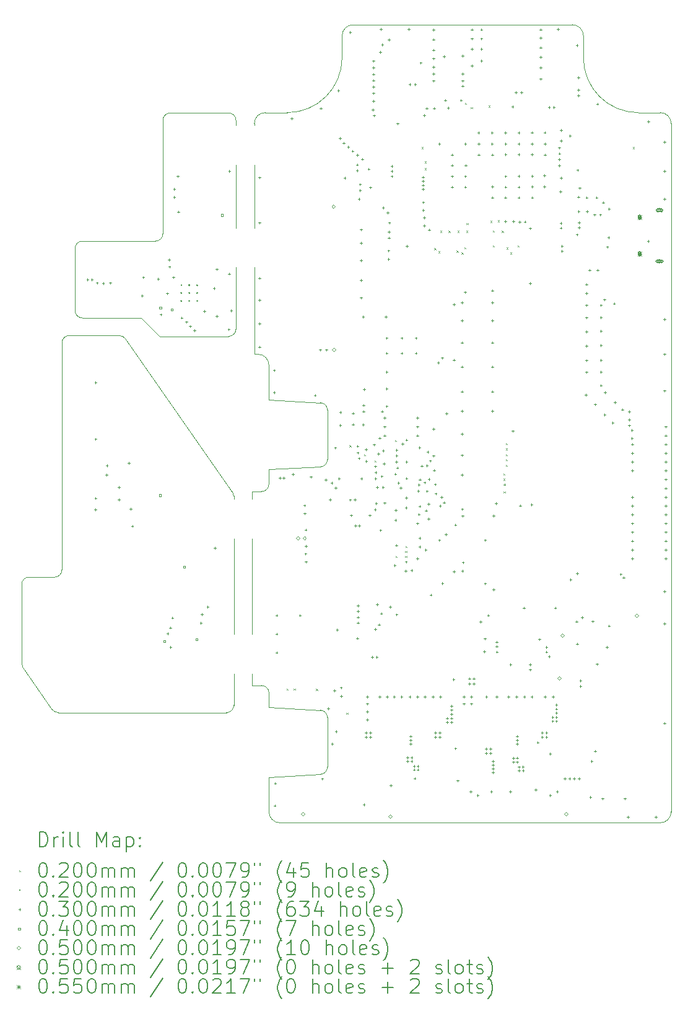
<source format=gbr>
%FSLAX45Y45*%
G04 Gerber Fmt 4.5, Leading zero omitted, Abs format (unit mm)*
G04 Created by KiCad (PCBNEW 5.99.0-1.20210329git38c849b.fc33) date 2021-04-01 23:55:05*
%MOMM*%
%LPD*%
G01*
G04 APERTURE LIST*
%TA.AperFunction,Profile*%
%ADD10C,0.100000*%
%TD*%
%ADD11C,0.200000*%
%ADD12C,0.020000*%
%ADD13C,0.030000*%
%ADD14C,0.040000*%
%ADD15C,0.050000*%
%ADD16C,0.055000*%
G04 APERTURE END LIST*
D10*
X6500000Y-11387500D02*
X6500000Y-11550000D01*
X6250000Y-11387500D02*
X6250000Y-11820000D01*
X6500000Y-10847500D02*
X6500000Y-9545000D01*
X6250000Y-9545000D02*
X6250000Y-10847500D01*
X6500000Y-8900000D02*
X6500000Y-9005000D01*
X6250012Y-8964057D02*
X6250000Y-9005000D01*
X6280000Y-5840000D02*
X6280000Y-6680000D01*
X6530000Y-5840000D02*
X6530000Y-7025000D01*
X6530000Y-4437500D02*
X6530000Y-5300000D01*
X6530000Y-3875000D02*
X6530000Y-3900000D01*
X6280000Y-4440000D02*
X6280000Y-5302500D01*
X6280000Y-3830000D02*
X6280000Y-3900000D01*
X6580000Y-7025000D02*
G75*
G02*
X6730000Y-7175000I0J-150000D01*
G01*
X7435200Y-7687000D02*
X6730000Y-7650000D01*
X6730000Y-11850000D02*
X6730000Y-11650000D01*
X6730000Y-13275000D02*
X6730000Y-12800000D01*
X6500000Y-8900000D02*
X6630000Y-8900000D01*
X12080000Y-3725000D02*
G75*
G02*
X12230000Y-3875000I0J-150000D01*
G01*
X11780000Y-3725000D02*
G75*
G02*
X11030000Y-2975000I0J750000D01*
G01*
X12230000Y-13275000D02*
G75*
G02*
X12080000Y-13425000I-150000J0D01*
G01*
X7730000Y-2675000D02*
G75*
G02*
X7880000Y-2525000I150000J0D01*
G01*
X10880000Y-2525000D02*
X7880000Y-2525000D01*
X12230000Y-3875000D02*
X12230000Y-13275000D01*
X7730000Y-2975000D02*
G75*
G02*
X6980000Y-3725000I-750000J0D01*
G01*
X11780000Y-3725000D02*
X12080000Y-3725000D01*
X6730000Y-8800000D02*
G75*
G02*
X6630000Y-8900000I-100000J0D01*
G01*
X7530000Y-8463200D02*
X7530000Y-7786800D01*
X7530000Y-12663200D02*
X7530000Y-11986800D01*
X12080000Y-13425000D02*
X6880000Y-13425000D01*
X6730000Y-8800000D02*
X6730000Y-8600000D01*
X6730000Y-8600000D02*
X7435200Y-8563000D01*
X7435234Y-7686937D02*
G75*
G02*
X7530000Y-7786800I-5234J-99863D01*
G01*
X6730000Y-7650000D02*
X6730000Y-7175000D01*
X7529935Y-12663230D02*
G75*
G02*
X7435200Y-12763000I-99935J30D01*
G01*
X6630000Y-11550000D02*
G75*
G02*
X6730000Y-11650000I0J-100000D01*
G01*
X6530000Y-3875000D02*
G75*
G02*
X6680000Y-3725000I150000J0D01*
G01*
X7435234Y-11886937D02*
G75*
G02*
X7530000Y-11986800I-5234J-99863D01*
G01*
X7435200Y-11887000D02*
X6730000Y-11850000D01*
X6730000Y-12800000D02*
X7435200Y-12763000D01*
X11030000Y-2975000D02*
X11030000Y-2675000D01*
X7730000Y-2975000D02*
X7730000Y-2675000D01*
X6580000Y-7025000D02*
X6530000Y-7025000D01*
X7529935Y-8463230D02*
G75*
G02*
X7435200Y-8563000I-99935J30D01*
G01*
X6880000Y-13425000D02*
G75*
G02*
X6730000Y-13275000I0J150000D01*
G01*
X6980000Y-3725000D02*
X6680000Y-3725000D01*
X10880000Y-2525000D02*
G75*
G02*
X11030000Y-2675000I0J-150000D01*
G01*
X6630000Y-11550000D02*
X6500000Y-11550000D01*
X6250012Y-8964057D02*
G75*
G03*
X6231900Y-8906700I-100012J-43D01*
G01*
X4765615Y-6812642D02*
G75*
G03*
X4683700Y-6770000I-81915J-57358D01*
G01*
X3900000Y-6870000D02*
X3900000Y-9970000D01*
X6149931Y-11920000D02*
G75*
G03*
X6250000Y-11820000I169J99900D01*
G01*
X3850000Y-11920000D02*
X6150000Y-11920000D01*
X3350006Y-11248786D02*
G75*
G03*
X3368100Y-11306200I100094J-14D01*
G01*
X3368100Y-11306200D02*
X3768000Y-11877300D01*
X4683700Y-6770000D02*
X4000000Y-6770000D01*
X4000000Y-6770000D02*
G75*
G03*
X3900000Y-6870000I0J-100000D01*
G01*
X3800000Y-10070000D02*
X3450000Y-10070000D01*
X3450025Y-10070000D02*
G75*
G03*
X3350000Y-10170000I75J-100100D01*
G01*
X3768003Y-11877315D02*
G75*
G03*
X3850000Y-11920000I81997J57415D01*
G01*
X6231900Y-8906700D02*
X4765600Y-6812600D01*
X3800000Y-10070000D02*
G75*
G03*
X3900000Y-9970000I0J100000D01*
G01*
X3350000Y-10170000D02*
X3350000Y-11248800D01*
X6280000Y-3830000D02*
G75*
G03*
X6180000Y-3730000I-100000J0D01*
G01*
X5280000Y-5380000D02*
X5280000Y-3830000D01*
X4180000Y-5480000D02*
G75*
G03*
X4080000Y-5580000I0J-100000D01*
G01*
X4080000Y-6430000D02*
G75*
G03*
X4180000Y-6530000I100000J0D01*
G01*
X5235000Y-6780000D02*
X4985000Y-6530000D01*
X4985000Y-6530000D02*
X4180000Y-6530000D01*
X5180000Y-5480000D02*
G75*
G03*
X5280000Y-5380000I0J100000D01*
G01*
X4180000Y-5480000D02*
X5180000Y-5480000D01*
X4080000Y-6430000D02*
X4080000Y-5580000D01*
X6180000Y-6780000D02*
G75*
G03*
X6280000Y-6680000I0J100000D01*
G01*
X5380000Y-3730000D02*
G75*
G03*
X5280000Y-3830000I0J-100000D01*
G01*
X6180000Y-6780000D02*
X5235000Y-6780000D01*
X5380000Y-3730000D02*
X6180000Y-3730000D01*
D11*
D12*
X6972240Y-11591880D02*
X6992240Y-11611880D01*
X6992240Y-11591880D02*
X6972240Y-11611880D01*
X7068760Y-11591880D02*
X7088760Y-11611880D01*
X7088760Y-11591880D02*
X7068760Y-11611880D01*
X7373560Y-11596960D02*
X7393560Y-11616960D01*
X7393560Y-11596960D02*
X7373560Y-11616960D01*
X7790000Y-11920000D02*
X7810000Y-11940000D01*
X7810000Y-11920000D02*
X7790000Y-11940000D01*
X7830000Y-8267500D02*
X7850000Y-8287500D01*
X7850000Y-8267500D02*
X7830000Y-8287500D01*
X8027500Y-8392500D02*
X8047500Y-8412500D01*
X8047500Y-8392500D02*
X8027500Y-8412500D01*
X8172500Y-8475000D02*
X8192500Y-8495000D01*
X8192500Y-8475000D02*
X8172500Y-8495000D01*
X8455000Y-8195000D02*
X8475000Y-8215000D01*
X8475000Y-8195000D02*
X8455000Y-8215000D01*
X8460000Y-9780000D02*
X8480000Y-9800000D01*
X8480000Y-9780000D02*
X8460000Y-9800000D01*
X8592760Y-9712280D02*
X8612760Y-9732280D01*
X8612760Y-9712280D02*
X8592760Y-9732280D01*
X8592760Y-9778320D02*
X8612760Y-9798320D01*
X8612760Y-9778320D02*
X8592760Y-9798320D01*
X8597840Y-9646240D02*
X8617840Y-9666240D01*
X8617840Y-9646240D02*
X8597840Y-9666240D01*
X8815000Y-4195000D02*
X8835000Y-4215000D01*
X8835000Y-4195000D02*
X8815000Y-4215000D01*
X8860000Y-4390000D02*
X8880000Y-4410000D01*
X8880000Y-4390000D02*
X8860000Y-4410000D01*
X8860000Y-4485000D02*
X8880000Y-4505000D01*
X8880000Y-4485000D02*
X8860000Y-4505000D01*
X8990000Y-5575000D02*
X9010000Y-5595000D01*
X9010000Y-5575000D02*
X8990000Y-5595000D01*
X9045000Y-5620000D02*
X9065000Y-5640000D01*
X9065000Y-5620000D02*
X9045000Y-5640000D01*
X9070280Y-5338400D02*
X9090280Y-5358400D01*
X9090280Y-5338400D02*
X9070280Y-5358400D01*
X9185000Y-5340000D02*
X9205000Y-5360000D01*
X9205000Y-5340000D02*
X9185000Y-5360000D01*
X9295000Y-5610000D02*
X9315000Y-5630000D01*
X9315000Y-5610000D02*
X9295000Y-5630000D01*
X9309040Y-5338400D02*
X9329040Y-5358400D01*
X9329040Y-5338400D02*
X9309040Y-5358400D01*
X9365000Y-5635000D02*
X9385000Y-5655000D01*
X9385000Y-5635000D02*
X9365000Y-5655000D01*
X9400000Y-5565000D02*
X9420000Y-5585000D01*
X9420000Y-5565000D02*
X9400000Y-5585000D01*
X9410000Y-3590000D02*
X9430000Y-3610000D01*
X9430000Y-3590000D02*
X9410000Y-3610000D01*
X9426249Y-5340000D02*
X9446249Y-5360000D01*
X9446249Y-5340000D02*
X9426249Y-5360000D01*
X9430000Y-5233946D02*
X9450000Y-5253946D01*
X9450000Y-5233946D02*
X9430000Y-5253946D01*
X9490000Y-3650000D02*
X9510000Y-3670000D01*
X9510000Y-3650000D02*
X9490000Y-3670000D01*
X9730000Y-3630000D02*
X9750000Y-3650000D01*
X9750000Y-3630000D02*
X9730000Y-3650000D01*
X9755000Y-5205000D02*
X9775000Y-5225000D01*
X9775000Y-5205000D02*
X9755000Y-5225000D01*
X9790000Y-5540000D02*
X9810000Y-5560000D01*
X9810000Y-5540000D02*
X9790000Y-5560000D01*
X9790851Y-5335000D02*
X9810851Y-5355000D01*
X9810851Y-5335000D02*
X9790851Y-5355000D01*
X9860000Y-5195000D02*
X9880000Y-5215000D01*
X9880000Y-5195000D02*
X9860000Y-5215000D01*
X9915000Y-5340000D02*
X9935000Y-5360000D01*
X9935000Y-5340000D02*
X9915000Y-5360000D01*
X9935000Y-8655000D02*
X9955000Y-8675000D01*
X9955000Y-8655000D02*
X9935000Y-8675000D01*
X9935000Y-8725000D02*
X9955000Y-8745000D01*
X9955000Y-8725000D02*
X9935000Y-8745000D01*
X9940000Y-8900000D02*
X9960000Y-8920000D01*
X9960000Y-8900000D02*
X9940000Y-8920000D01*
X9970000Y-8240000D02*
X9990000Y-8260000D01*
X9990000Y-8240000D02*
X9970000Y-8260000D01*
X9970000Y-8310000D02*
X9990000Y-8330000D01*
X9990000Y-8310000D02*
X9970000Y-8330000D01*
X9970000Y-8390000D02*
X9990000Y-8410000D01*
X9990000Y-8390000D02*
X9970000Y-8410000D01*
X9970000Y-8460000D02*
X9990000Y-8480000D01*
X9990000Y-8460000D02*
X9970000Y-8480000D01*
X9970000Y-8535000D02*
X9990000Y-8555000D01*
X9990000Y-8535000D02*
X9970000Y-8555000D01*
X9976251Y-5568452D02*
X9996251Y-5588452D01*
X9996251Y-5568452D02*
X9976251Y-5588452D01*
X10030000Y-5635000D02*
X10050000Y-5655000D01*
X10050000Y-5635000D02*
X10030000Y-5655000D01*
X10130000Y-5540000D02*
X10150000Y-5560000D01*
X10150000Y-5540000D02*
X10130000Y-5560000D01*
X11705000Y-4195000D02*
X11725000Y-4215000D01*
X11725000Y-4195000D02*
X11705000Y-4215000D01*
X5542500Y-6082500D02*
G75*
G03*
X5542500Y-6082500I-10000J0D01*
G01*
X5542500Y-6190000D02*
G75*
G03*
X5542500Y-6190000I-10000J0D01*
G01*
X5542500Y-6297500D02*
G75*
G03*
X5542500Y-6297500I-10000J0D01*
G01*
X5650000Y-6082500D02*
G75*
G03*
X5650000Y-6082500I-10000J0D01*
G01*
X5650000Y-6190000D02*
G75*
G03*
X5650000Y-6190000I-10000J0D01*
G01*
X5650000Y-6297500D02*
G75*
G03*
X5650000Y-6297500I-10000J0D01*
G01*
X5757500Y-6082500D02*
G75*
G03*
X5757500Y-6082500I-10000J0D01*
G01*
X5757500Y-6190000D02*
G75*
G03*
X5757500Y-6190000I-10000J0D01*
G01*
X5757500Y-6297500D02*
G75*
G03*
X5757500Y-6297500I-10000J0D01*
G01*
D13*
X4250000Y-5990000D02*
X4250000Y-6020000D01*
X4235000Y-6005000D02*
X4265000Y-6005000D01*
X4310000Y-5990000D02*
X4310000Y-6020000D01*
X4295000Y-6005000D02*
X4325000Y-6005000D01*
X4355000Y-9130000D02*
X4355000Y-9160000D01*
X4340000Y-9145000D02*
X4370000Y-9145000D01*
X4360000Y-7395000D02*
X4360000Y-7425000D01*
X4345000Y-7410000D02*
X4375000Y-7410000D01*
X4360000Y-8170000D02*
X4360000Y-8200000D01*
X4345000Y-8185000D02*
X4375000Y-8185000D01*
X4360000Y-8975000D02*
X4360000Y-9005000D01*
X4345000Y-8990000D02*
X4375000Y-8990000D01*
X4380000Y-6035000D02*
X4380000Y-6065000D01*
X4365000Y-6050000D02*
X4395000Y-6050000D01*
X4464195Y-6039195D02*
X4464195Y-6069195D01*
X4449195Y-6054195D02*
X4479195Y-6054195D01*
X4510000Y-8655000D02*
X4510000Y-8685000D01*
X4495000Y-8670000D02*
X4525000Y-8670000D01*
X4515000Y-8530000D02*
X4515000Y-8560000D01*
X4500000Y-8545000D02*
X4530000Y-8545000D01*
X4560000Y-6035000D02*
X4560000Y-6065000D01*
X4545000Y-6050000D02*
X4575000Y-6050000D01*
X4680000Y-8825000D02*
X4680000Y-8855000D01*
X4665000Y-8840000D02*
X4695000Y-8840000D01*
X4680000Y-8995000D02*
X4680000Y-9025000D01*
X4665000Y-9010000D02*
X4695000Y-9010000D01*
X4815000Y-8495000D02*
X4815000Y-8525000D01*
X4800000Y-8510000D02*
X4830000Y-8510000D01*
X4840000Y-9125000D02*
X4840000Y-9155000D01*
X4825000Y-9140000D02*
X4855000Y-9140000D01*
X4862501Y-9357560D02*
X4862501Y-9387560D01*
X4847501Y-9372560D02*
X4877501Y-9372560D01*
X4995000Y-6210000D02*
X4995000Y-6240000D01*
X4980000Y-6225000D02*
X5010000Y-6225000D01*
X5012625Y-5960594D02*
X5012625Y-5990594D01*
X4997625Y-5975594D02*
X5027625Y-5975594D01*
X5215000Y-5980000D02*
X5215000Y-6010000D01*
X5200000Y-5995000D02*
X5230000Y-5995000D01*
X5251695Y-6468305D02*
X5251695Y-6498305D01*
X5236695Y-6483305D02*
X5266695Y-6483305D01*
X5340000Y-6180000D02*
X5340000Y-6210000D01*
X5325000Y-6195000D02*
X5355000Y-6195000D01*
X5345000Y-10825000D02*
X5345000Y-10855000D01*
X5330000Y-10840000D02*
X5360000Y-10840000D01*
X5365000Y-5720000D02*
X5365000Y-5750000D01*
X5350000Y-5735000D02*
X5380000Y-5735000D01*
X5370000Y-5815000D02*
X5370000Y-5845000D01*
X5355000Y-5830000D02*
X5385000Y-5830000D01*
X5380000Y-10745000D02*
X5380000Y-10775000D01*
X5365000Y-10760000D02*
X5395000Y-10760000D01*
X5385000Y-11010000D02*
X5385000Y-11040000D01*
X5370000Y-11025000D02*
X5400000Y-11025000D01*
X5410000Y-10610000D02*
X5410000Y-10640000D01*
X5395000Y-10625000D02*
X5425000Y-10625000D01*
X5425000Y-5960000D02*
X5425000Y-5990000D01*
X5410000Y-5975000D02*
X5440000Y-5975000D01*
X5435000Y-4755000D02*
X5435000Y-4785000D01*
X5420000Y-4770000D02*
X5450000Y-4770000D01*
X5435000Y-4865000D02*
X5435000Y-4895000D01*
X5420000Y-4880000D02*
X5450000Y-4880000D01*
X5485000Y-4580000D02*
X5485000Y-4610000D01*
X5470000Y-4595000D02*
X5500000Y-4595000D01*
X5490000Y-5065000D02*
X5490000Y-5095000D01*
X5475000Y-5080000D02*
X5505000Y-5080000D01*
X5537463Y-6512463D02*
X5537463Y-6542463D01*
X5522463Y-6527463D02*
X5552463Y-6527463D01*
X5600000Y-6570000D02*
X5600000Y-6600000D01*
X5585000Y-6585000D02*
X5615000Y-6585000D01*
X5654707Y-6628372D02*
X5654707Y-6658372D01*
X5639707Y-6643372D02*
X5669707Y-6643372D01*
X5713644Y-6682471D02*
X5713644Y-6712471D01*
X5698644Y-6697471D02*
X5728644Y-6697471D01*
X5800000Y-10680000D02*
X5800000Y-10710000D01*
X5785000Y-10695000D02*
X5815000Y-10695000D01*
X5812501Y-10560000D02*
X5812501Y-10590000D01*
X5797501Y-10575000D02*
X5827501Y-10575000D01*
X5845000Y-6419999D02*
X5845000Y-6449999D01*
X5830000Y-6434999D02*
X5860000Y-6434999D01*
X5892501Y-10460000D02*
X5892501Y-10490000D01*
X5877501Y-10475000D02*
X5907501Y-10475000D01*
X5980000Y-6110000D02*
X5980000Y-6140000D01*
X5965000Y-6125000D02*
X5995000Y-6125000D01*
X5990000Y-9655000D02*
X5990000Y-9685000D01*
X5975000Y-9670000D02*
X6005000Y-9670000D01*
X6015000Y-5850000D02*
X6015000Y-5880000D01*
X6000000Y-5865000D02*
X6030000Y-5865000D01*
X6015000Y-6490000D02*
X6015000Y-6520000D01*
X6000000Y-6505000D02*
X6030000Y-6505000D01*
X6180000Y-6670000D02*
X6180000Y-6700000D01*
X6165000Y-6685000D02*
X6195000Y-6685000D01*
X6185000Y-5910000D02*
X6185000Y-5940000D01*
X6170000Y-5925000D02*
X6200000Y-5925000D01*
X6190000Y-4510000D02*
X6190000Y-4540000D01*
X6175000Y-4525000D02*
X6205000Y-4525000D01*
X6215000Y-6415000D02*
X6215000Y-6445000D01*
X6200000Y-6430000D02*
X6230000Y-6430000D01*
X6600000Y-4597500D02*
X6600000Y-4627500D01*
X6585000Y-4612500D02*
X6615000Y-4612500D01*
X6600000Y-5215000D02*
X6600000Y-5245000D01*
X6585000Y-5230000D02*
X6615000Y-5230000D01*
X6600000Y-5970000D02*
X6600000Y-6000000D01*
X6585000Y-5985000D02*
X6615000Y-5985000D01*
X6600000Y-6270000D02*
X6600000Y-6300000D01*
X6585000Y-6285000D02*
X6615000Y-6285000D01*
X6600000Y-6590000D02*
X6600000Y-6620000D01*
X6585000Y-6605000D02*
X6615000Y-6605000D01*
X6600000Y-6910000D02*
X6600000Y-6940000D01*
X6585000Y-6925000D02*
X6615000Y-6925000D01*
X6800000Y-7230000D02*
X6800000Y-7260000D01*
X6785000Y-7245000D02*
X6815000Y-7245000D01*
X6800000Y-7530000D02*
X6800000Y-7560000D01*
X6785000Y-7545000D02*
X6815000Y-7545000D01*
X6810000Y-13175000D02*
X6810000Y-13205000D01*
X6795000Y-13190000D02*
X6825000Y-13190000D01*
X6815000Y-12870000D02*
X6815000Y-12900000D01*
X6800000Y-12885000D02*
X6830000Y-12885000D01*
X6834920Y-10575960D02*
X6834920Y-10605960D01*
X6819920Y-10590960D02*
X6849920Y-10590960D01*
X6834920Y-10829960D02*
X6834920Y-10859960D01*
X6819920Y-10844960D02*
X6849920Y-10844960D01*
X6834920Y-11083960D02*
X6834920Y-11113960D01*
X6819920Y-11098960D02*
X6849920Y-11098960D01*
X6880640Y-8701440D02*
X6880640Y-8731440D01*
X6865640Y-8716440D02*
X6895640Y-8716440D01*
X6931440Y-8701440D02*
X6931440Y-8731440D01*
X6916440Y-8716440D02*
X6946440Y-8716440D01*
X7040000Y-3790000D02*
X7040000Y-3820000D01*
X7025000Y-3805000D02*
X7055000Y-3805000D01*
X7060000Y-8650000D02*
X7060000Y-8680000D01*
X7045000Y-8665000D02*
X7075000Y-8665000D01*
X7154960Y-10575960D02*
X7154960Y-10605960D01*
X7139960Y-10590960D02*
X7169960Y-10590960D01*
X7215000Y-9075000D02*
X7215000Y-9105000D01*
X7200000Y-9090000D02*
X7230000Y-9090000D01*
X7220000Y-9185000D02*
X7220000Y-9215000D01*
X7205000Y-9200000D02*
X7235000Y-9200000D01*
X7230000Y-9735000D02*
X7230000Y-9765000D01*
X7215000Y-9750000D02*
X7245000Y-9750000D01*
X7232000Y-9407000D02*
X7232000Y-9437000D01*
X7217000Y-9422000D02*
X7247000Y-9422000D01*
X7235000Y-9630000D02*
X7235000Y-9660000D01*
X7220000Y-9645000D02*
X7250000Y-9645000D01*
X7235000Y-9845000D02*
X7235000Y-9875000D01*
X7220000Y-9860000D02*
X7250000Y-9860000D01*
X7305000Y-8685000D02*
X7305000Y-8715000D01*
X7290000Y-8700000D02*
X7320000Y-8700000D01*
X7360000Y-7570000D02*
X7360000Y-7600000D01*
X7345000Y-7585000D02*
X7375000Y-7585000D01*
X7430000Y-6950000D02*
X7430000Y-6980000D01*
X7415000Y-6965000D02*
X7445000Y-6965000D01*
X7440000Y-3650000D02*
X7440000Y-3680000D01*
X7425000Y-3665000D02*
X7455000Y-3665000D01*
X7460000Y-12810000D02*
X7460000Y-12840000D01*
X7445000Y-12825000D02*
X7475000Y-12825000D01*
X7507870Y-8726378D02*
X7507870Y-8756378D01*
X7492870Y-8741378D02*
X7522870Y-8741378D01*
X7515000Y-6950000D02*
X7515000Y-6980000D01*
X7500000Y-6965000D02*
X7530000Y-6965000D01*
X7540000Y-11850000D02*
X7540000Y-11880000D01*
X7525000Y-11865000D02*
X7555000Y-11865000D01*
X7565000Y-8995000D02*
X7565000Y-9025000D01*
X7550000Y-9010000D02*
X7580000Y-9010000D01*
X7587499Y-8765373D02*
X7587499Y-8795373D01*
X7572499Y-8780373D02*
X7602499Y-8780373D01*
X7595000Y-12330000D02*
X7595000Y-12360000D01*
X7580000Y-12345000D02*
X7610000Y-12345000D01*
X7627400Y-11602120D02*
X7627400Y-11632120D01*
X7612400Y-11617120D02*
X7642400Y-11617120D01*
X7637500Y-8287500D02*
X7637500Y-8317500D01*
X7622500Y-8302500D02*
X7652500Y-8302500D01*
X7640000Y-8835000D02*
X7640000Y-8865000D01*
X7625000Y-8850000D02*
X7655000Y-8850000D01*
X7647500Y-12162500D02*
X7647500Y-12192500D01*
X7632500Y-12177500D02*
X7662500Y-12177500D01*
X7662960Y-10774080D02*
X7662960Y-10804080D01*
X7647960Y-10789080D02*
X7677960Y-10789080D01*
X7680000Y-3410000D02*
X7680000Y-3440000D01*
X7665000Y-3425000D02*
X7695000Y-3425000D01*
X7687499Y-8710000D02*
X7687499Y-8740000D01*
X7672499Y-8725000D02*
X7702499Y-8725000D01*
X7700000Y-4060000D02*
X7700000Y-4090000D01*
X7685000Y-4075000D02*
X7715000Y-4075000D01*
X7705000Y-7980000D02*
X7705000Y-8010000D01*
X7690000Y-7995000D02*
X7720000Y-7995000D01*
X7707500Y-7802500D02*
X7707500Y-7832500D01*
X7692500Y-7817500D02*
X7722500Y-7817500D01*
X7715000Y-11565000D02*
X7715000Y-11595000D01*
X7700000Y-11580000D02*
X7730000Y-11580000D01*
X7720000Y-11680000D02*
X7720000Y-11710000D01*
X7705000Y-11695000D02*
X7735000Y-11695000D01*
X7750000Y-4125000D02*
X7750000Y-4155000D01*
X7735000Y-4140000D02*
X7765000Y-4140000D01*
X7765000Y-4600000D02*
X7765000Y-4630000D01*
X7750000Y-4615000D02*
X7780000Y-4615000D01*
X7815000Y-4180000D02*
X7815000Y-4210000D01*
X7800000Y-4195000D02*
X7830000Y-4195000D01*
X7840000Y-2610000D02*
X7840000Y-2640000D01*
X7825000Y-2625000D02*
X7855000Y-2625000D01*
X7840000Y-9000000D02*
X7840000Y-9030000D01*
X7825000Y-9015000D02*
X7855000Y-9015000D01*
X7855000Y-9210000D02*
X7855000Y-9240000D01*
X7840000Y-9225000D02*
X7870000Y-9225000D01*
X7875000Y-4235000D02*
X7875000Y-4265000D01*
X7860000Y-4250000D02*
X7890000Y-4250000D01*
X7880000Y-7815000D02*
X7880000Y-7845000D01*
X7865000Y-7830000D02*
X7895000Y-7830000D01*
X7880000Y-7967500D02*
X7880000Y-7997500D01*
X7865000Y-7982500D02*
X7895000Y-7982500D01*
X7905000Y-8997499D02*
X7905000Y-9027499D01*
X7890000Y-9012499D02*
X7920000Y-9012499D01*
X7911880Y-9351680D02*
X7911880Y-9381680D01*
X7896880Y-9366680D02*
X7926880Y-9366680D01*
X7935000Y-4420000D02*
X7935000Y-4450000D01*
X7920000Y-4435000D02*
X7950000Y-4435000D01*
X7935000Y-4500000D02*
X7935000Y-4530000D01*
X7920000Y-4515000D02*
X7950000Y-4515000D01*
X7940000Y-4290000D02*
X7940000Y-4320000D01*
X7925000Y-4305000D02*
X7955000Y-4305000D01*
X7940000Y-10890000D02*
X7940000Y-10920000D01*
X7925000Y-10905000D02*
X7955000Y-10905000D01*
X7942499Y-8265000D02*
X7942499Y-8295000D01*
X7927499Y-8280000D02*
X7957499Y-8280000D01*
X7943563Y-8355517D02*
X7943563Y-8385517D01*
X7928563Y-8370517D02*
X7958563Y-8370517D01*
X7947440Y-10443880D02*
X7947440Y-10473880D01*
X7932440Y-10458880D02*
X7962440Y-10458880D01*
X7947440Y-10520080D02*
X7947440Y-10550080D01*
X7932440Y-10535080D02*
X7962440Y-10535080D01*
X7947440Y-10601360D02*
X7947440Y-10631360D01*
X7932440Y-10616360D02*
X7962440Y-10616360D01*
X7947440Y-10677560D02*
X7947440Y-10707560D01*
X7932440Y-10692560D02*
X7962440Y-10692560D01*
X7960000Y-4890000D02*
X7960000Y-4920000D01*
X7945000Y-4905000D02*
X7975000Y-4905000D01*
X7960000Y-8432500D02*
X7960000Y-8462500D01*
X7945000Y-8447500D02*
X7975000Y-8447500D01*
X7962680Y-9351680D02*
X7962680Y-9381680D01*
X7947680Y-9366680D02*
X7977680Y-9366680D01*
X7975000Y-4690000D02*
X7975000Y-4720000D01*
X7960000Y-4705000D02*
X7990000Y-4705000D01*
X7975000Y-4770000D02*
X7975000Y-4800000D01*
X7960000Y-4785000D02*
X7990000Y-4785000D01*
X7990000Y-5308000D02*
X7990000Y-5338000D01*
X7975000Y-5323000D02*
X8005000Y-5323000D01*
X7990000Y-5490000D02*
X7990000Y-5520000D01*
X7975000Y-5505000D02*
X8005000Y-5505000D01*
X7990000Y-5730000D02*
X7990000Y-5760000D01*
X7975000Y-5745000D02*
X8005000Y-5745000D01*
X7990000Y-6000000D02*
X7990000Y-6030000D01*
X7975000Y-6015000D02*
X8005000Y-6015000D01*
X7990000Y-6240000D02*
X7990000Y-6270000D01*
X7975000Y-6255000D02*
X8005000Y-6255000D01*
X7995000Y-8710000D02*
X7995000Y-8740000D01*
X7980000Y-8725000D02*
X8010000Y-8725000D01*
X8005000Y-4345000D02*
X8005000Y-4375000D01*
X7990000Y-4360000D02*
X8020000Y-4360000D01*
X8017499Y-6500000D02*
X8017499Y-6530000D01*
X8002499Y-6515000D02*
X8032499Y-6515000D01*
X8017499Y-7970000D02*
X8017499Y-8000000D01*
X8002499Y-7985000D02*
X8032499Y-7985000D01*
X8025000Y-7705000D02*
X8025000Y-7735000D01*
X8010000Y-7720000D02*
X8040000Y-7720000D01*
X8025000Y-7790000D02*
X8025000Y-7820000D01*
X8010000Y-7805000D02*
X8040000Y-7805000D01*
X8027500Y-13160000D02*
X8027500Y-13190000D01*
X8012500Y-13175000D02*
X8042500Y-13175000D01*
X8030000Y-7490000D02*
X8030000Y-7520000D01*
X8015000Y-7505000D02*
X8045000Y-7505000D01*
X8055000Y-8310000D02*
X8055000Y-8340000D01*
X8040000Y-8325000D02*
X8070000Y-8325000D01*
X8055000Y-12180000D02*
X8055000Y-12210000D01*
X8040000Y-12195000D02*
X8070000Y-12195000D01*
X8055000Y-12240000D02*
X8055000Y-12270000D01*
X8040000Y-12255000D02*
X8070000Y-12255000D01*
X8060000Y-8472500D02*
X8060000Y-8502500D01*
X8045000Y-8487500D02*
X8075000Y-8487500D01*
X8075280Y-11688640D02*
X8075280Y-11718640D01*
X8060280Y-11703640D02*
X8090280Y-11703640D01*
X8075280Y-11785160D02*
X8075280Y-11815160D01*
X8060280Y-11800160D02*
X8090280Y-11800160D01*
X8075280Y-11891840D02*
X8075280Y-11921840D01*
X8060280Y-11906840D02*
X8090280Y-11906840D01*
X8075280Y-12003600D02*
X8075280Y-12033600D01*
X8060280Y-12018600D02*
X8090280Y-12018600D01*
X8095000Y-4480000D02*
X8095000Y-4510000D01*
X8080000Y-4495000D02*
X8110000Y-4495000D01*
X8110000Y-9210000D02*
X8110000Y-9240000D01*
X8095000Y-9225000D02*
X8125000Y-9225000D01*
X8115000Y-12180000D02*
X8115000Y-12210000D01*
X8100000Y-12195000D02*
X8130000Y-12195000D01*
X8115000Y-12240000D02*
X8115000Y-12270000D01*
X8100000Y-12255000D02*
X8130000Y-12255000D01*
X8118499Y-4732499D02*
X8118499Y-4762499D01*
X8103499Y-4747499D02*
X8133499Y-4747499D01*
X8140000Y-11145000D02*
X8140000Y-11175000D01*
X8125000Y-11160000D02*
X8155000Y-11160000D01*
X8150000Y-3670000D02*
X8150000Y-3700000D01*
X8135000Y-3685000D02*
X8165000Y-3685000D01*
X8160000Y-3005000D02*
X8160000Y-3035000D01*
X8145000Y-3020000D02*
X8175000Y-3020000D01*
X8160000Y-3095000D02*
X8160000Y-3125000D01*
X8145000Y-3110000D02*
X8175000Y-3110000D01*
X8160000Y-3185000D02*
X8160000Y-3215000D01*
X8145000Y-3200000D02*
X8175000Y-3200000D01*
X8160000Y-3270000D02*
X8160000Y-3300000D01*
X8145000Y-3285000D02*
X8175000Y-3285000D01*
X8160000Y-3355000D02*
X8160000Y-3385000D01*
X8145000Y-3370000D02*
X8175000Y-3370000D01*
X8160000Y-3445000D02*
X8160000Y-3475000D01*
X8145000Y-3460000D02*
X8175000Y-3460000D01*
X8160000Y-3550000D02*
X8160000Y-3580000D01*
X8145000Y-3565000D02*
X8175000Y-3565000D01*
X8165000Y-3750000D02*
X8165000Y-3780000D01*
X8150000Y-3765000D02*
X8180000Y-3765000D01*
X8165000Y-8245000D02*
X8165000Y-8275000D01*
X8150000Y-8260000D02*
X8180000Y-8260000D01*
X8180000Y-9130000D02*
X8180000Y-9160000D01*
X8165000Y-9145000D02*
X8195000Y-9145000D01*
X8185000Y-8542500D02*
X8185000Y-8572500D01*
X8170000Y-8557500D02*
X8200000Y-8557500D01*
X8185000Y-10765000D02*
X8185000Y-10795000D01*
X8170000Y-10780000D02*
X8200000Y-10780000D01*
X8187500Y-8707500D02*
X8187500Y-8737500D01*
X8172500Y-8722500D02*
X8202500Y-8722500D01*
X8190000Y-8625000D02*
X8190000Y-8655000D01*
X8175000Y-8640000D02*
X8205000Y-8640000D01*
X8196000Y-9049000D02*
X8196000Y-9079000D01*
X8181000Y-9064000D02*
X8211000Y-9064000D01*
X8205000Y-11145000D02*
X8205000Y-11175000D01*
X8190000Y-11160000D02*
X8220000Y-11160000D01*
X8207500Y-10425000D02*
X8207500Y-10455000D01*
X8192500Y-10440000D02*
X8222500Y-10440000D01*
X8210000Y-8828000D02*
X8210000Y-8858000D01*
X8195000Y-8843000D02*
X8225000Y-8843000D01*
X8227500Y-8370000D02*
X8227500Y-8400000D01*
X8212500Y-8385000D02*
X8242500Y-8385000D01*
X8235265Y-10702075D02*
X8235265Y-10732075D01*
X8220265Y-10717075D02*
X8250265Y-10717075D01*
X8242920Y-11688640D02*
X8242920Y-11718640D01*
X8227920Y-11703640D02*
X8257920Y-11703640D01*
X8245000Y-8155000D02*
X8245000Y-8185000D01*
X8230000Y-8170000D02*
X8260000Y-8170000D01*
X8252500Y-2885000D02*
X8252500Y-2915000D01*
X8237500Y-2900000D02*
X8267500Y-2900000D01*
X8255000Y-9415000D02*
X8255000Y-9445000D01*
X8240000Y-9430000D02*
X8270000Y-9430000D01*
X8260000Y-2570000D02*
X8260000Y-2600000D01*
X8245000Y-2585000D02*
X8275000Y-2585000D01*
X8265000Y-10550000D02*
X8265000Y-10580000D01*
X8250000Y-10565000D02*
X8280000Y-10565000D01*
X8272644Y-8677885D02*
X8272644Y-8707885D01*
X8257644Y-8692885D02*
X8287644Y-8692885D01*
X8275000Y-7790000D02*
X8275000Y-7820000D01*
X8260000Y-7805000D02*
X8290000Y-7805000D01*
X8280000Y-2782500D02*
X8280000Y-2812500D01*
X8265000Y-2797500D02*
X8295000Y-2797500D01*
X8289000Y-8828000D02*
X8289000Y-8858000D01*
X8274000Y-8843000D02*
X8304000Y-8843000D01*
X8290000Y-5010000D02*
X8290000Y-5040000D01*
X8275000Y-5025000D02*
X8305000Y-5025000D01*
X8290000Y-8327500D02*
X8290000Y-8357500D01*
X8275000Y-8342500D02*
X8305000Y-8342500D01*
X8304425Y-8506173D02*
X8304425Y-8536173D01*
X8289425Y-8521173D02*
X8319425Y-8521173D01*
X8310000Y-7880000D02*
X8310000Y-7910000D01*
X8295000Y-7895000D02*
X8325000Y-7895000D01*
X8310000Y-8000000D02*
X8310000Y-8030000D01*
X8295000Y-8015000D02*
X8325000Y-8015000D01*
X8310000Y-8120000D02*
X8310000Y-8150000D01*
X8295000Y-8135000D02*
X8325000Y-8135000D01*
X8312501Y-9041800D02*
X8312501Y-9071800D01*
X8297501Y-9056800D02*
X8327501Y-9056800D01*
X8330000Y-6500000D02*
X8330000Y-6530000D01*
X8315000Y-6515000D02*
X8345000Y-6515000D01*
X8340000Y-6790000D02*
X8340000Y-6820000D01*
X8325000Y-6805000D02*
X8355000Y-6805000D01*
X8340000Y-6995000D02*
X8340000Y-7025000D01*
X8325000Y-7010000D02*
X8355000Y-7010000D01*
X8340000Y-7250000D02*
X8340000Y-7280000D01*
X8325000Y-7265000D02*
X8355000Y-7265000D01*
X8340000Y-7480000D02*
X8340000Y-7510000D01*
X8325000Y-7495000D02*
X8355000Y-7495000D01*
X8340000Y-7720000D02*
X8340000Y-7750000D01*
X8325000Y-7735000D02*
X8355000Y-7735000D01*
X8344520Y-11688640D02*
X8344520Y-11718640D01*
X8329520Y-11703640D02*
X8359520Y-11703640D01*
X8355000Y-5075000D02*
X8355000Y-5105000D01*
X8340000Y-5090000D02*
X8370000Y-5090000D01*
X8365000Y-5595000D02*
X8365000Y-5625000D01*
X8350000Y-5610000D02*
X8380000Y-5610000D01*
X8365000Y-5709320D02*
X8365000Y-5739320D01*
X8350000Y-5724320D02*
X8380000Y-5724320D01*
X8369080Y-5338480D02*
X8369080Y-5368480D01*
X8354080Y-5353480D02*
X8384080Y-5353480D01*
X8369080Y-5419760D02*
X8369080Y-5449760D01*
X8354080Y-5434760D02*
X8384080Y-5434760D01*
X8372500Y-2715000D02*
X8372500Y-2745000D01*
X8357500Y-2730000D02*
X8387500Y-2730000D01*
X8375000Y-5215000D02*
X8375000Y-5245000D01*
X8360000Y-5230000D02*
X8390000Y-5230000D01*
X8385000Y-10460000D02*
X8385000Y-10490000D01*
X8370000Y-10475000D02*
X8400000Y-10475000D01*
X8397500Y-12900000D02*
X8397500Y-12930000D01*
X8382500Y-12915000D02*
X8412500Y-12915000D01*
X8410000Y-4440000D02*
X8410000Y-4470000D01*
X8395000Y-4455000D02*
X8425000Y-4455000D01*
X8410000Y-4510000D02*
X8410000Y-4540000D01*
X8395000Y-4525000D02*
X8425000Y-4525000D01*
X8410000Y-4580000D02*
X8410000Y-4610000D01*
X8395000Y-4595000D02*
X8425000Y-4595000D01*
X8441040Y-11688640D02*
X8441040Y-11718640D01*
X8426040Y-11703640D02*
X8456040Y-11703640D01*
X8450000Y-9895000D02*
X8450000Y-9925000D01*
X8435000Y-9910000D02*
X8465000Y-9910000D01*
X8457500Y-8645000D02*
X8457500Y-8675000D01*
X8442500Y-8660000D02*
X8472500Y-8660000D01*
X8460000Y-9275000D02*
X8460000Y-9305000D01*
X8445000Y-9290000D02*
X8475000Y-9290000D01*
X8465000Y-9140000D02*
X8465000Y-9170000D01*
X8450000Y-9155000D02*
X8480000Y-9155000D01*
X8470000Y-8480000D02*
X8470000Y-8510000D01*
X8455000Y-8495000D02*
X8485000Y-8495000D01*
X8470000Y-9620000D02*
X8470000Y-9650000D01*
X8455000Y-9635000D02*
X8485000Y-9635000D01*
X8475000Y-8320000D02*
X8475000Y-8350000D01*
X8460000Y-8335000D02*
X8490000Y-8335000D01*
X8475000Y-8395000D02*
X8475000Y-8425000D01*
X8460000Y-8410000D02*
X8490000Y-8410000D01*
X8475000Y-10565000D02*
X8475000Y-10595000D01*
X8460000Y-10580000D02*
X8490000Y-10580000D01*
X8485000Y-8560000D02*
X8485000Y-8590000D01*
X8470000Y-8575000D02*
X8500000Y-8575000D01*
X8490000Y-3860000D02*
X8490000Y-3890000D01*
X8475000Y-3875000D02*
X8505000Y-3875000D01*
X8500000Y-8767480D02*
X8500000Y-8797480D01*
X8485000Y-8782480D02*
X8515000Y-8782480D01*
X8530000Y-8835000D02*
X8530000Y-8865000D01*
X8515000Y-8850000D02*
X8545000Y-8850000D01*
X8542640Y-11688640D02*
X8542640Y-11718640D01*
X8527640Y-11703640D02*
X8557640Y-11703640D01*
X8545000Y-6790000D02*
X8545000Y-6820000D01*
X8530000Y-6805000D02*
X8560000Y-6805000D01*
X8545000Y-6995000D02*
X8545000Y-7025000D01*
X8530000Y-7010000D02*
X8560000Y-7010000D01*
X8555000Y-8235000D02*
X8555000Y-8265000D01*
X8540000Y-8250000D02*
X8570000Y-8250000D01*
X8600000Y-9970000D02*
X8600000Y-10000000D01*
X8585000Y-9985000D02*
X8615000Y-9985000D01*
X8604324Y-9846004D02*
X8604324Y-9876004D01*
X8589324Y-9861004D02*
X8619324Y-9861004D01*
X8605000Y-9105000D02*
X8605000Y-9135000D01*
X8590000Y-9120000D02*
X8620000Y-9120000D01*
X8609624Y-8970376D02*
X8609624Y-9000376D01*
X8594624Y-8985376D02*
X8624624Y-8985376D01*
X8610000Y-8180000D02*
X8610000Y-8210000D01*
X8595000Y-8195000D02*
X8625000Y-8195000D01*
X8610000Y-8480000D02*
X8610000Y-8510000D01*
X8595000Y-8495000D02*
X8625000Y-8495000D01*
X8610000Y-8705000D02*
X8610000Y-8735000D01*
X8595000Y-8720000D02*
X8625000Y-8720000D01*
X8615000Y-5535000D02*
X8615000Y-5565000D01*
X8600000Y-5550000D02*
X8630000Y-5550000D01*
X8625000Y-12520000D02*
X8625000Y-12550000D01*
X8610000Y-12535000D02*
X8640000Y-12535000D01*
X8625000Y-12570000D02*
X8625000Y-12600000D01*
X8610000Y-12585000D02*
X8640000Y-12585000D01*
X8640000Y-2570000D02*
X8640000Y-2600000D01*
X8625000Y-2585000D02*
X8655000Y-2585000D01*
X8655000Y-3325000D02*
X8655000Y-3355000D01*
X8640000Y-3340000D02*
X8670000Y-3340000D01*
X8655000Y-11688640D02*
X8655000Y-11718640D01*
X8640000Y-11703640D02*
X8670000Y-11703640D01*
X8665000Y-12227500D02*
X8665000Y-12257500D01*
X8650000Y-12242500D02*
X8680000Y-12242500D01*
X8665000Y-12280000D02*
X8665000Y-12310000D01*
X8650000Y-12295000D02*
X8680000Y-12295000D01*
X8665000Y-12332500D02*
X8665000Y-12362500D01*
X8650000Y-12347500D02*
X8680000Y-12347500D01*
X8680000Y-9962500D02*
X8680000Y-9992500D01*
X8665000Y-9977500D02*
X8695000Y-9977500D01*
X8680000Y-12520000D02*
X8680000Y-12550000D01*
X8665000Y-12535000D02*
X8695000Y-12535000D01*
X8680000Y-12570000D02*
X8680000Y-12600000D01*
X8665000Y-12585000D02*
X8695000Y-12585000D01*
X8715000Y-12635000D02*
X8715000Y-12665000D01*
X8700000Y-12650000D02*
X8730000Y-12650000D01*
X8715000Y-12685000D02*
X8715000Y-12715000D01*
X8700000Y-12700000D02*
X8730000Y-12700000D01*
X8722500Y-12802500D02*
X8722500Y-12832500D01*
X8707500Y-12817500D02*
X8737500Y-12817500D01*
X8730000Y-3325000D02*
X8730000Y-3355000D01*
X8715000Y-3340000D02*
X8745000Y-3340000D01*
X8740000Y-6790000D02*
X8740000Y-6820000D01*
X8725000Y-6805000D02*
X8755000Y-6805000D01*
X8740000Y-6995000D02*
X8740000Y-7025000D01*
X8725000Y-7010000D02*
X8755000Y-7010000D01*
X8760000Y-7880000D02*
X8760000Y-7910000D01*
X8745000Y-7895000D02*
X8775000Y-7895000D01*
X8760000Y-8000000D02*
X8760000Y-8030000D01*
X8745000Y-8015000D02*
X8775000Y-8015000D01*
X8760000Y-8120000D02*
X8760000Y-8150000D01*
X8745000Y-8135000D02*
X8775000Y-8135000D01*
X8760000Y-9800000D02*
X8760000Y-9830000D01*
X8745000Y-9815000D02*
X8775000Y-9815000D01*
X8760240Y-9320000D02*
X8760240Y-9350000D01*
X8745240Y-9335000D02*
X8775240Y-9335000D01*
X8761080Y-11688640D02*
X8761080Y-11718640D01*
X8746080Y-11703640D02*
X8776080Y-11703640D01*
X8765000Y-12635000D02*
X8765000Y-12665000D01*
X8750000Y-12650000D02*
X8780000Y-12650000D01*
X8765000Y-12685000D02*
X8765000Y-12715000D01*
X8750000Y-12700000D02*
X8780000Y-12700000D01*
X8771344Y-8876344D02*
X8771344Y-8906344D01*
X8756344Y-8891344D02*
X8786344Y-8891344D01*
X8780000Y-9195001D02*
X8780000Y-9225001D01*
X8765000Y-9210001D02*
X8795000Y-9210001D01*
X8780560Y-8792880D02*
X8780560Y-8822880D01*
X8765560Y-8807880D02*
X8795560Y-8807880D01*
X8787500Y-8285000D02*
X8787500Y-8315000D01*
X8772500Y-8300000D02*
X8802500Y-8300000D01*
X8790000Y-9085000D02*
X8790000Y-9115000D01*
X8775000Y-9100000D02*
X8805000Y-9100000D01*
X8790000Y-9520000D02*
X8790000Y-9550000D01*
X8775000Y-9535000D02*
X8805000Y-9535000D01*
X8790000Y-9640000D02*
X8790000Y-9670000D01*
X8775000Y-9655000D02*
X8805000Y-9655000D01*
X8795132Y-8721859D02*
X8795132Y-8751859D01*
X8780132Y-8736859D02*
X8810132Y-8736859D01*
X8805000Y-3030000D02*
X8805000Y-3060000D01*
X8790000Y-3045000D02*
X8820000Y-3045000D01*
X8817500Y-8535000D02*
X8817500Y-8565000D01*
X8802500Y-8550000D02*
X8832500Y-8550000D01*
X8835000Y-4590000D02*
X8835000Y-4620000D01*
X8820000Y-4605000D02*
X8850000Y-4605000D01*
X8835000Y-4645000D02*
X8835000Y-4675000D01*
X8820000Y-4660000D02*
X8850000Y-4660000D01*
X8835000Y-4700000D02*
X8835000Y-4730000D01*
X8820000Y-4715000D02*
X8850000Y-4715000D01*
X8835000Y-4755000D02*
X8835000Y-4785000D01*
X8820000Y-4770000D02*
X8850000Y-4770000D01*
X8840000Y-4935000D02*
X8840000Y-4965000D01*
X8825000Y-4950000D02*
X8855000Y-4950000D01*
X8840000Y-5040000D02*
X8840000Y-5070000D01*
X8825000Y-5055000D02*
X8855000Y-5055000D01*
X8851680Y-5145440D02*
X8851680Y-5175440D01*
X8836680Y-5160440D02*
X8866680Y-5160440D01*
X8851680Y-5252120D02*
X8851680Y-5282120D01*
X8836680Y-5267120D02*
X8866680Y-5267120D01*
X8855000Y-3745000D02*
X8855000Y-3775000D01*
X8840000Y-3760000D02*
X8870000Y-3760000D01*
X8857500Y-8762500D02*
X8857500Y-8792500D01*
X8842500Y-8777500D02*
X8872500Y-8777500D01*
X8862680Y-11688640D02*
X8862680Y-11718640D01*
X8847680Y-11703640D02*
X8877680Y-11703640D01*
X8872500Y-9680000D02*
X8872500Y-9710000D01*
X8857500Y-9695000D02*
X8887500Y-9695000D01*
X8880000Y-9145000D02*
X8880000Y-9175000D01*
X8865000Y-9160000D02*
X8895000Y-9160000D01*
X8885000Y-3650000D02*
X8885000Y-3680000D01*
X8870000Y-3665000D02*
X8900000Y-3665000D01*
X8890000Y-8532500D02*
X8890000Y-8562500D01*
X8875000Y-8547500D02*
X8905000Y-8547500D01*
X8890000Y-8880000D02*
X8890000Y-8910000D01*
X8875000Y-8895000D02*
X8905000Y-8895000D01*
X8900000Y-8345000D02*
X8900000Y-8375000D01*
X8885000Y-8360000D02*
X8915000Y-8360000D01*
X8910000Y-9055000D02*
X8910000Y-9085000D01*
X8895000Y-9070000D02*
X8925000Y-9070000D01*
X8912500Y-9257500D02*
X8912500Y-9287500D01*
X8897500Y-9272500D02*
X8927500Y-9272500D01*
X8917500Y-8715000D02*
X8917500Y-8745000D01*
X8902500Y-8730000D02*
X8932500Y-8730000D01*
X8920000Y-5310000D02*
X8920000Y-5340000D01*
X8905000Y-5325000D02*
X8935000Y-5325000D01*
X8935000Y-8465000D02*
X8935000Y-8495000D01*
X8920000Y-8480000D02*
X8950000Y-8480000D01*
X8942499Y-10297347D02*
X8942499Y-10327347D01*
X8927499Y-10312347D02*
X8957499Y-10312347D01*
X8969360Y-11688640D02*
X8969360Y-11718640D01*
X8954360Y-11703640D02*
X8984360Y-11703640D01*
X8980000Y-2580000D02*
X8980000Y-2610000D01*
X8965000Y-2595000D02*
X8995000Y-2595000D01*
X8980000Y-2710000D02*
X8980000Y-2740000D01*
X8965000Y-2725000D02*
X8995000Y-2725000D01*
X8980000Y-2855000D02*
X8980000Y-2885000D01*
X8965000Y-2870000D02*
X8995000Y-2870000D01*
X8980000Y-2970000D02*
X8980000Y-3000000D01*
X8965000Y-2985000D02*
X8995000Y-2985000D01*
X8980000Y-3085000D02*
X8980000Y-3115000D01*
X8965000Y-3100000D02*
X8995000Y-3100000D01*
X8980000Y-3180000D02*
X8980000Y-3210000D01*
X8965000Y-3195000D02*
X8995000Y-3195000D01*
X8980000Y-3275000D02*
X8980000Y-3305000D01*
X8965000Y-3290000D02*
X8995000Y-3290000D01*
X8980000Y-8030000D02*
X8980000Y-8060000D01*
X8965000Y-8045000D02*
X8995000Y-8045000D01*
X8980000Y-8397500D02*
X8980000Y-8427500D01*
X8965000Y-8412500D02*
X8995000Y-8412500D01*
X8989000Y-8595000D02*
X8989000Y-8625000D01*
X8974000Y-8610000D02*
X9004000Y-8610000D01*
X8990000Y-3650000D02*
X8990000Y-3680000D01*
X8975000Y-3665000D02*
X9005000Y-3665000D01*
X9002379Y-8787000D02*
X9002379Y-8817000D01*
X8987379Y-8802000D02*
X9017379Y-8802000D01*
X9005000Y-12180000D02*
X9005000Y-12210000D01*
X8990000Y-12195000D02*
X9020000Y-12195000D01*
X9005000Y-12240000D02*
X9005000Y-12270000D01*
X8990000Y-12255000D02*
X9020000Y-12255000D01*
X9010000Y-8915000D02*
X9010000Y-8945000D01*
X8995000Y-8930000D02*
X9025000Y-8930000D01*
X9044720Y-7126640D02*
X9044720Y-7156640D01*
X9029720Y-7141640D02*
X9059720Y-7141640D01*
X9060000Y-4135000D02*
X9060000Y-4165000D01*
X9045000Y-4150000D02*
X9075000Y-4150000D01*
X9060000Y-9550000D02*
X9060000Y-9580000D01*
X9045000Y-9565000D02*
X9075000Y-9565000D01*
X9065000Y-12180000D02*
X9065000Y-12210000D01*
X9050000Y-12195000D02*
X9080000Y-12195000D01*
X9065000Y-12240000D02*
X9065000Y-12270000D01*
X9050000Y-12255000D02*
X9080000Y-12255000D01*
X9070000Y-9080000D02*
X9070000Y-9110000D01*
X9055000Y-9095000D02*
X9085000Y-9095000D01*
X9070960Y-11688640D02*
X9070960Y-11718640D01*
X9055960Y-11703640D02*
X9085960Y-11703640D01*
X9090000Y-8960000D02*
X9090000Y-8990000D01*
X9075000Y-8975000D02*
X9105000Y-8975000D01*
X9100600Y-7060600D02*
X9100600Y-7090600D01*
X9085600Y-7075600D02*
X9115600Y-7075600D01*
X9102499Y-10137347D02*
X9102499Y-10167347D01*
X9087499Y-10152347D02*
X9117499Y-10152347D01*
X9123460Y-9034180D02*
X9123460Y-9064180D01*
X9108460Y-9049180D02*
X9138460Y-9049180D01*
X9125000Y-2940000D02*
X9125000Y-2970000D01*
X9110000Y-2955000D02*
X9140000Y-2955000D01*
X9140000Y-3540000D02*
X9140000Y-3570000D01*
X9125000Y-3555000D02*
X9155000Y-3555000D01*
X9150000Y-9470000D02*
X9150000Y-9500000D01*
X9135000Y-9485000D02*
X9165000Y-9485000D01*
X9157500Y-7817500D02*
X9157500Y-7847500D01*
X9142500Y-7832500D02*
X9172500Y-7832500D01*
X9165000Y-11981080D02*
X9165000Y-12011080D01*
X9150000Y-11996080D02*
X9180000Y-11996080D01*
X9165000Y-12036960D02*
X9165000Y-12066960D01*
X9150000Y-12051960D02*
X9180000Y-12051960D01*
X9180000Y-3645000D02*
X9180000Y-3675000D01*
X9165000Y-3660000D02*
X9195000Y-3660000D01*
X9226840Y-11813440D02*
X9226840Y-11843440D01*
X9211840Y-11828440D02*
X9241840Y-11828440D01*
X9226840Y-11869320D02*
X9226840Y-11899320D01*
X9211840Y-11884320D02*
X9241840Y-11884320D01*
X9226840Y-11925200D02*
X9226840Y-11955200D01*
X9211840Y-11940200D02*
X9241840Y-11940200D01*
X9226840Y-11981080D02*
X9226840Y-12011080D01*
X9211840Y-11996080D02*
X9241840Y-11996080D01*
X9226840Y-12036960D02*
X9226840Y-12066960D01*
X9211840Y-12051960D02*
X9241840Y-12051960D01*
X9235000Y-4285000D02*
X9235000Y-4315000D01*
X9220000Y-4300000D02*
X9250000Y-4300000D01*
X9235000Y-4430000D02*
X9235000Y-4460000D01*
X9220000Y-4445000D02*
X9250000Y-4445000D01*
X9235000Y-4580000D02*
X9235000Y-4610000D01*
X9220000Y-4595000D02*
X9250000Y-4595000D01*
X9235000Y-4725000D02*
X9235000Y-4755000D01*
X9220000Y-4740000D02*
X9250000Y-4740000D01*
X9255000Y-11450000D02*
X9255000Y-11480000D01*
X9240000Y-11465000D02*
X9270000Y-11465000D01*
X9258080Y-6330000D02*
X9258080Y-6360000D01*
X9243080Y-6345000D02*
X9273080Y-6345000D01*
X9258080Y-7086920D02*
X9258080Y-7116920D01*
X9243080Y-7101920D02*
X9273080Y-7101920D01*
X9260000Y-9980000D02*
X9260000Y-10010000D01*
X9245000Y-9995000D02*
X9275000Y-9995000D01*
X9280000Y-9340000D02*
X9280000Y-9370000D01*
X9265000Y-9355000D02*
X9295000Y-9355000D01*
X9280000Y-12395000D02*
X9280000Y-12425000D01*
X9265000Y-12410000D02*
X9295000Y-12410000D01*
X9308120Y-12834520D02*
X9308120Y-12864520D01*
X9293120Y-12849520D02*
X9323120Y-12849520D01*
X9355000Y-3540000D02*
X9355000Y-3570000D01*
X9340000Y-3555000D02*
X9370000Y-3555000D01*
X9369840Y-6305000D02*
X9369840Y-6335000D01*
X9354840Y-6320000D02*
X9384840Y-6320000D01*
X9369840Y-6550000D02*
X9369840Y-6580000D01*
X9354840Y-6565000D02*
X9384840Y-6565000D01*
X9369840Y-6850000D02*
X9369840Y-6880000D01*
X9354840Y-6865000D02*
X9384840Y-6865000D01*
X9369840Y-7180000D02*
X9369840Y-7210000D01*
X9354840Y-7195000D02*
X9384840Y-7195000D01*
X9369840Y-7520000D02*
X9369840Y-7550000D01*
X9354840Y-7535000D02*
X9384840Y-7535000D01*
X9369840Y-7785000D02*
X9369840Y-7815000D01*
X9354840Y-7800000D02*
X9384840Y-7800000D01*
X9369840Y-8100000D02*
X9369840Y-8130000D01*
X9354840Y-8115000D02*
X9384840Y-8115000D01*
X9369840Y-8390000D02*
X9369840Y-8420000D01*
X9354840Y-8405000D02*
X9384840Y-8405000D01*
X9369840Y-8655000D02*
X9369840Y-8685000D01*
X9354840Y-8670000D02*
X9384840Y-8670000D01*
X9372380Y-9125620D02*
X9372380Y-9155620D01*
X9357380Y-9140620D02*
X9387380Y-9140620D01*
X9375000Y-9970000D02*
X9375000Y-10000000D01*
X9360000Y-9985000D02*
X9390000Y-9985000D01*
X9380000Y-2935000D02*
X9380000Y-2965000D01*
X9365000Y-2950000D02*
X9395000Y-2950000D01*
X9380000Y-3180000D02*
X9380000Y-3210000D01*
X9365000Y-3195000D02*
X9395000Y-3195000D01*
X9380000Y-3275000D02*
X9380000Y-3305000D01*
X9365000Y-3290000D02*
X9395000Y-3290000D01*
X9380000Y-3345000D02*
X9380000Y-3375000D01*
X9365000Y-3360000D02*
X9395000Y-3360000D01*
X9380000Y-9220000D02*
X9380000Y-9250000D01*
X9365000Y-9235000D02*
X9395000Y-9235000D01*
X9382500Y-9855000D02*
X9382500Y-9885000D01*
X9367500Y-9870000D02*
X9397500Y-9870000D01*
X9394480Y-11688640D02*
X9394480Y-11718640D01*
X9379480Y-11703640D02*
X9409480Y-11703640D01*
X9394480Y-11785160D02*
X9394480Y-11815160D01*
X9379480Y-11800160D02*
X9409480Y-11800160D01*
X9412500Y-6162500D02*
X9412500Y-6192500D01*
X9397500Y-6177500D02*
X9427500Y-6177500D01*
X9415000Y-4135000D02*
X9415000Y-4165000D01*
X9400000Y-4150000D02*
X9430000Y-4150000D01*
X9415000Y-4580000D02*
X9415000Y-4610000D01*
X9400000Y-4595000D02*
X9430000Y-4595000D01*
X9415000Y-4725000D02*
X9415000Y-4755000D01*
X9400000Y-4740000D02*
X9430000Y-4740000D01*
X9420000Y-4430000D02*
X9420000Y-4460000D01*
X9405000Y-4445000D02*
X9435000Y-4445000D01*
X9470000Y-11440000D02*
X9470000Y-11470000D01*
X9455000Y-11455000D02*
X9485000Y-11455000D01*
X9470000Y-11510000D02*
X9470000Y-11540000D01*
X9455000Y-11525000D02*
X9485000Y-11525000D01*
X9485920Y-12981840D02*
X9485920Y-13011840D01*
X9470920Y-12996840D02*
X9500920Y-12996840D01*
X9495000Y-11688640D02*
X9495000Y-11718640D01*
X9480000Y-11703640D02*
X9510000Y-11703640D01*
X9495000Y-11785160D02*
X9495000Y-11815160D01*
X9480000Y-11800160D02*
X9510000Y-11800160D01*
X9505000Y-2575000D02*
X9505000Y-2605000D01*
X9490000Y-2590000D02*
X9520000Y-2590000D01*
X9505000Y-2700000D02*
X9505000Y-2730000D01*
X9490000Y-2715000D02*
X9520000Y-2715000D01*
X9505000Y-2840000D02*
X9505000Y-2870000D01*
X9490000Y-2855000D02*
X9520000Y-2855000D01*
X9505000Y-3070000D02*
X9505000Y-3100000D01*
X9490000Y-3085000D02*
X9520000Y-3085000D01*
X9530000Y-11440000D02*
X9530000Y-11470000D01*
X9515000Y-11455000D02*
X9545000Y-11455000D01*
X9530000Y-11510000D02*
X9530000Y-11540000D01*
X9515000Y-11525000D02*
X9545000Y-11525000D01*
X9585000Y-13032500D02*
X9585000Y-13062500D01*
X9570000Y-13047500D02*
X9600000Y-13047500D01*
X9595000Y-3985000D02*
X9595000Y-4015000D01*
X9580000Y-4000000D02*
X9610000Y-4000000D01*
X9600000Y-4135000D02*
X9600000Y-4165000D01*
X9585000Y-4150000D02*
X9615000Y-4150000D01*
X9600000Y-4285000D02*
X9600000Y-4315000D01*
X9585000Y-4300000D02*
X9615000Y-4300000D01*
X9622500Y-10662500D02*
X9622500Y-10692500D01*
X9607500Y-10677500D02*
X9637500Y-10677500D01*
X9635000Y-2575000D02*
X9635000Y-2605000D01*
X9620000Y-2590000D02*
X9650000Y-2590000D01*
X9635000Y-2700000D02*
X9635000Y-2730000D01*
X9620000Y-2715000D02*
X9650000Y-2715000D01*
X9635000Y-2840000D02*
X9635000Y-2870000D01*
X9620000Y-2855000D02*
X9650000Y-2855000D01*
X9635000Y-3000000D02*
X9635000Y-3030000D01*
X9620000Y-3015000D02*
X9650000Y-3015000D01*
X9672500Y-11070000D02*
X9672500Y-11100000D01*
X9657500Y-11085000D02*
X9687500Y-11085000D01*
X9682500Y-10895000D02*
X9682500Y-10925000D01*
X9667500Y-10910000D02*
X9697500Y-10910000D01*
X9685000Y-9550000D02*
X9685000Y-9580000D01*
X9670000Y-9565000D02*
X9700000Y-9565000D01*
X9685912Y-10142501D02*
X9685912Y-10172501D01*
X9670912Y-10157501D02*
X9700912Y-10157501D01*
X9700960Y-12398640D02*
X9700960Y-12428640D01*
X9685960Y-12413640D02*
X9715960Y-12413640D01*
X9700960Y-12458640D02*
X9700960Y-12488640D01*
X9685960Y-12473640D02*
X9715960Y-12473640D01*
X9702920Y-11688640D02*
X9702920Y-11718640D01*
X9687920Y-11703640D02*
X9717920Y-11703640D01*
X9727500Y-10575000D02*
X9727500Y-10605000D01*
X9712500Y-10590000D02*
X9742500Y-10590000D01*
X9760960Y-12398640D02*
X9760960Y-12428640D01*
X9745960Y-12413640D02*
X9775960Y-12413640D01*
X9760960Y-12458640D02*
X9760960Y-12488640D01*
X9745960Y-12473640D02*
X9775960Y-12473640D01*
X9770400Y-12981840D02*
X9770400Y-13011840D01*
X9755400Y-12996840D02*
X9785400Y-12996840D01*
X9780000Y-3985000D02*
X9780000Y-4015000D01*
X9765000Y-4000000D02*
X9795000Y-4000000D01*
X9780000Y-4135000D02*
X9780000Y-4165000D01*
X9765000Y-4150000D02*
X9795000Y-4150000D01*
X9785000Y-4285000D02*
X9785000Y-4315000D01*
X9770000Y-4300000D02*
X9800000Y-4300000D01*
X9785000Y-4720000D02*
X9785000Y-4750000D01*
X9770000Y-4735000D02*
X9800000Y-4735000D01*
X9785000Y-4870000D02*
X9785000Y-4900000D01*
X9770000Y-4885000D02*
X9800000Y-4885000D01*
X9785000Y-6140000D02*
X9785000Y-6170000D01*
X9770000Y-6155000D02*
X9800000Y-6155000D01*
X9785000Y-6305000D02*
X9785000Y-6335000D01*
X9770000Y-6320000D02*
X9800000Y-6320000D01*
X9785000Y-6550000D02*
X9785000Y-6580000D01*
X9770000Y-6565000D02*
X9800000Y-6565000D01*
X9785000Y-6850000D02*
X9785000Y-6880000D01*
X9770000Y-6865000D02*
X9800000Y-6865000D01*
X9785000Y-7180000D02*
X9785000Y-7210000D01*
X9770000Y-7195000D02*
X9800000Y-7195000D01*
X9785000Y-7520000D02*
X9785000Y-7550000D01*
X9770000Y-7535000D02*
X9800000Y-7535000D01*
X9785000Y-7785000D02*
X9785000Y-7815000D01*
X9770000Y-7800000D02*
X9800000Y-7800000D01*
X9795000Y-12570000D02*
X9795000Y-12600000D01*
X9780000Y-12585000D02*
X9810000Y-12585000D01*
X9795000Y-12620000D02*
X9795000Y-12650000D01*
X9780000Y-12635000D02*
X9810000Y-12635000D01*
X9795000Y-12670000D02*
X9795000Y-12700000D01*
X9780000Y-12685000D02*
X9810000Y-12685000D01*
X9795000Y-12720000D02*
X9795000Y-12750000D01*
X9780000Y-12735000D02*
X9810000Y-12735000D01*
X9800000Y-9215000D02*
X9800000Y-9245000D01*
X9785000Y-9230000D02*
X9815000Y-9230000D01*
X9802500Y-10222500D02*
X9802500Y-10252500D01*
X9787500Y-10237500D02*
X9817500Y-10237500D01*
X9835000Y-9047500D02*
X9835000Y-9077500D01*
X9820000Y-9062500D02*
X9850000Y-9062500D01*
X9845000Y-10940000D02*
X9845000Y-10970000D01*
X9830000Y-10955000D02*
X9860000Y-10955000D01*
X9845000Y-11000000D02*
X9845000Y-11030000D01*
X9830000Y-11015000D02*
X9860000Y-11015000D01*
X9845000Y-11688640D02*
X9845000Y-11718640D01*
X9830000Y-11703640D02*
X9860000Y-11703640D01*
X9847500Y-11075000D02*
X9847500Y-11105000D01*
X9832500Y-11090000D02*
X9862500Y-11090000D01*
X9950000Y-8790000D02*
X9950000Y-8820000D01*
X9935000Y-8805000D02*
X9965000Y-8805000D01*
X9960000Y-3985000D02*
X9960000Y-4015000D01*
X9945000Y-4000000D02*
X9975000Y-4000000D01*
X9960000Y-4870000D02*
X9960000Y-4900000D01*
X9945000Y-4885000D02*
X9975000Y-4885000D01*
X9960000Y-5195000D02*
X9960000Y-5225000D01*
X9945000Y-5210000D02*
X9975000Y-5210000D01*
X9965000Y-4135000D02*
X9965000Y-4165000D01*
X9950000Y-4150000D02*
X9980000Y-4150000D01*
X9965000Y-4280000D02*
X9965000Y-4310000D01*
X9950000Y-4295000D02*
X9980000Y-4295000D01*
X9965000Y-4580000D02*
X9965000Y-4610000D01*
X9950000Y-4595000D02*
X9980000Y-4595000D01*
X9965000Y-4725000D02*
X9965000Y-4755000D01*
X9950000Y-4740000D02*
X9980000Y-4740000D01*
X10002640Y-11688640D02*
X10002640Y-11718640D01*
X9987640Y-11703640D02*
X10017640Y-11703640D01*
X10030000Y-12982269D02*
X10030000Y-13012269D01*
X10015000Y-12997269D02*
X10045000Y-12997269D01*
X10032500Y-11247500D02*
X10032500Y-11277500D01*
X10017500Y-11262500D02*
X10047500Y-11262500D01*
X10060000Y-3630000D02*
X10060000Y-3660000D01*
X10045000Y-3645000D02*
X10075000Y-3645000D01*
X10065000Y-8060000D02*
X10065000Y-8090000D01*
X10050000Y-8075000D02*
X10080000Y-8075000D01*
X10070000Y-5195000D02*
X10070000Y-5225000D01*
X10055000Y-5210000D02*
X10085000Y-5210000D01*
X10070000Y-12580000D02*
X10070000Y-12610000D01*
X10055000Y-12595000D02*
X10085000Y-12595000D01*
X10070880Y-12525000D02*
X10070880Y-12555000D01*
X10055880Y-12540000D02*
X10085880Y-12540000D01*
X10105000Y-3435000D02*
X10105000Y-3465000D01*
X10090000Y-3450000D02*
X10120000Y-3450000D01*
X10115000Y-11688640D02*
X10115000Y-11718640D01*
X10100000Y-11703640D02*
X10130000Y-11703640D01*
X10125000Y-12227500D02*
X10125000Y-12257500D01*
X10110000Y-12242500D02*
X10140000Y-12242500D01*
X10125000Y-12280000D02*
X10125000Y-12310000D01*
X10110000Y-12295000D02*
X10140000Y-12295000D01*
X10125000Y-12332500D02*
X10125000Y-12362500D01*
X10110000Y-12347500D02*
X10140000Y-12347500D01*
X10125000Y-12522500D02*
X10125000Y-12552500D01*
X10110000Y-12537500D02*
X10140000Y-12537500D01*
X10125000Y-12580000D02*
X10125000Y-12610000D01*
X10110000Y-12595000D02*
X10140000Y-12595000D01*
X10145000Y-3985000D02*
X10145000Y-4015000D01*
X10130000Y-4000000D02*
X10160000Y-4000000D01*
X10145000Y-4135000D02*
X10145000Y-4165000D01*
X10130000Y-4150000D02*
X10160000Y-4150000D01*
X10145000Y-4280000D02*
X10145000Y-4310000D01*
X10130000Y-4295000D02*
X10160000Y-4295000D01*
X10145000Y-4575000D02*
X10145000Y-4605000D01*
X10130000Y-4590000D02*
X10160000Y-4590000D01*
X10145000Y-4725000D02*
X10145000Y-4755000D01*
X10130000Y-4740000D02*
X10160000Y-4740000D01*
X10145000Y-4870000D02*
X10145000Y-4900000D01*
X10130000Y-4885000D02*
X10160000Y-4885000D01*
X10150000Y-12647500D02*
X10150000Y-12677500D01*
X10135000Y-12662500D02*
X10165000Y-12662500D01*
X10150000Y-12697500D02*
X10150000Y-12727500D01*
X10135000Y-12712500D02*
X10165000Y-12712500D01*
X10155000Y-5205000D02*
X10155000Y-5235000D01*
X10140000Y-5220000D02*
X10170000Y-5220000D01*
X10165000Y-9077500D02*
X10165000Y-9107500D01*
X10150000Y-9092500D02*
X10180000Y-9092500D01*
X10180000Y-3435000D02*
X10180000Y-3465000D01*
X10165000Y-3450000D02*
X10195000Y-3450000D01*
X10202500Y-12645000D02*
X10202500Y-12675000D01*
X10187500Y-12660000D02*
X10217500Y-12660000D01*
X10205000Y-12697500D02*
X10205000Y-12727500D01*
X10190000Y-12712500D02*
X10220000Y-12712500D01*
X10215000Y-10475000D02*
X10215000Y-10505000D01*
X10200000Y-10490000D02*
X10230000Y-10490000D01*
X10221080Y-11688640D02*
X10221080Y-11718640D01*
X10206080Y-11703640D02*
X10236080Y-11703640D01*
X10230000Y-5200500D02*
X10230000Y-5230500D01*
X10215000Y-5215500D02*
X10245000Y-5215500D01*
X10300000Y-5290000D02*
X10300000Y-5320000D01*
X10285000Y-5305000D02*
X10315000Y-5305000D01*
X10300000Y-6040000D02*
X10300000Y-6070000D01*
X10285000Y-6055000D02*
X10315000Y-6055000D01*
X10300000Y-11250000D02*
X10300000Y-11280000D01*
X10285000Y-11265000D02*
X10315000Y-11265000D01*
X10300000Y-11320000D02*
X10300000Y-11350000D01*
X10285000Y-11335000D02*
X10315000Y-11335000D01*
X10320000Y-9062500D02*
X10320000Y-9092500D01*
X10305000Y-9077500D02*
X10335000Y-9077500D01*
X10322680Y-11688640D02*
X10322680Y-11718640D01*
X10307680Y-11703640D02*
X10337680Y-11703640D01*
X10325000Y-3980000D02*
X10325000Y-4010000D01*
X10310000Y-3995000D02*
X10340000Y-3995000D01*
X10325000Y-4135000D02*
X10325000Y-4165000D01*
X10310000Y-4150000D02*
X10340000Y-4150000D01*
X10325000Y-4280000D02*
X10325000Y-4310000D01*
X10310000Y-4295000D02*
X10340000Y-4295000D01*
X10330000Y-4575000D02*
X10330000Y-4605000D01*
X10315000Y-4590000D02*
X10345000Y-4590000D01*
X10330000Y-4720000D02*
X10330000Y-4750000D01*
X10315000Y-4735000D02*
X10345000Y-4735000D01*
X10330000Y-4870000D02*
X10330000Y-4900000D01*
X10315000Y-4885000D02*
X10345000Y-4885000D01*
X10377500Y-12957500D02*
X10377500Y-12987500D01*
X10362500Y-12972500D02*
X10392500Y-12972500D01*
X10405400Y-12311280D02*
X10405400Y-12341280D01*
X10390400Y-12326280D02*
X10420400Y-12326280D01*
X10430000Y-10905000D02*
X10430000Y-10935000D01*
X10415000Y-10920000D02*
X10445000Y-10920000D01*
X10445000Y-2575000D02*
X10445000Y-2605000D01*
X10430000Y-2590000D02*
X10460000Y-2590000D01*
X10445000Y-2690000D02*
X10445000Y-2720000D01*
X10430000Y-2705000D02*
X10460000Y-2705000D01*
X10445000Y-2820000D02*
X10445000Y-2850000D01*
X10430000Y-2835000D02*
X10460000Y-2835000D01*
X10445000Y-2950000D02*
X10445000Y-2980000D01*
X10430000Y-2965000D02*
X10460000Y-2965000D01*
X10445000Y-3095000D02*
X10445000Y-3125000D01*
X10430000Y-3110000D02*
X10460000Y-3110000D01*
X10445000Y-3250000D02*
X10445000Y-3280000D01*
X10430000Y-3265000D02*
X10460000Y-3265000D01*
X10465000Y-12180000D02*
X10465000Y-12210000D01*
X10450000Y-12195000D02*
X10480000Y-12195000D01*
X10465000Y-12240000D02*
X10465000Y-12270000D01*
X10450000Y-12255000D02*
X10480000Y-12255000D01*
X10495000Y-4570000D02*
X10495000Y-4600000D01*
X10480000Y-4585000D02*
X10510000Y-4585000D01*
X10495000Y-4720000D02*
X10495000Y-4750000D01*
X10480000Y-4735000D02*
X10510000Y-4735000D01*
X10500000Y-3980000D02*
X10500000Y-4010000D01*
X10485000Y-3995000D02*
X10515000Y-3995000D01*
X10502500Y-11687500D02*
X10502500Y-11717500D01*
X10487500Y-11702500D02*
X10517500Y-11702500D01*
X10505000Y-4135000D02*
X10505000Y-4165000D01*
X10490000Y-4150000D02*
X10520000Y-4150000D01*
X10505000Y-4285000D02*
X10505000Y-4315000D01*
X10490000Y-4300000D02*
X10520000Y-4300000D01*
X10525000Y-11010000D02*
X10525000Y-11040000D01*
X10510000Y-11025000D02*
X10540000Y-11025000D01*
X10525000Y-11075000D02*
X10525000Y-11105000D01*
X10510000Y-11090000D02*
X10540000Y-11090000D01*
X10525000Y-12180000D02*
X10525000Y-12210000D01*
X10510000Y-12195000D02*
X10540000Y-12195000D01*
X10525000Y-12240000D02*
X10525000Y-12270000D01*
X10510000Y-12255000D02*
X10540000Y-12255000D01*
X10560000Y-3635000D02*
X10560000Y-3665000D01*
X10545000Y-3650000D02*
X10575000Y-3650000D01*
X10560000Y-11140000D02*
X10560000Y-11170000D01*
X10545000Y-11155000D02*
X10575000Y-11155000D01*
X10575000Y-12465000D02*
X10575000Y-12495000D01*
X10560000Y-12480000D02*
X10590000Y-12480000D01*
X10575000Y-13032500D02*
X10575000Y-13062500D01*
X10560000Y-13047500D02*
X10590000Y-13047500D01*
X10608600Y-11965840D02*
X10608600Y-11995840D01*
X10593600Y-11980840D02*
X10623600Y-11980840D01*
X10608600Y-12021720D02*
X10608600Y-12051720D01*
X10593600Y-12036720D02*
X10623600Y-12036720D01*
X10612500Y-11687500D02*
X10612500Y-11717500D01*
X10597500Y-11702500D02*
X10627500Y-11702500D01*
X10625000Y-3635000D02*
X10625000Y-3665000D01*
X10610000Y-3650000D02*
X10640000Y-3650000D01*
X10645000Y-10475000D02*
X10645000Y-10505000D01*
X10630000Y-10490000D02*
X10660000Y-10490000D01*
X10659400Y-11798200D02*
X10659400Y-11828200D01*
X10644400Y-11813200D02*
X10674400Y-11813200D01*
X10659400Y-11854080D02*
X10659400Y-11884080D01*
X10644400Y-11869080D02*
X10674400Y-11869080D01*
X10659400Y-11909960D02*
X10659400Y-11939960D01*
X10644400Y-11924960D02*
X10674400Y-11924960D01*
X10659400Y-11965840D02*
X10659400Y-11995840D01*
X10644400Y-11980840D02*
X10674400Y-11980840D01*
X10659400Y-12021720D02*
X10659400Y-12051720D01*
X10644400Y-12036720D02*
X10674400Y-12036720D01*
X10669560Y-12981840D02*
X10669560Y-13011840D01*
X10654560Y-12996840D02*
X10684560Y-12996840D01*
X10680000Y-2570000D02*
X10680000Y-2600000D01*
X10665000Y-2585000D02*
X10695000Y-2585000D01*
X10700000Y-4190000D02*
X10700000Y-4220000D01*
X10685000Y-4205000D02*
X10715000Y-4205000D01*
X10700000Y-4350000D02*
X10700000Y-4380000D01*
X10685000Y-4365000D02*
X10715000Y-4365000D01*
X10700659Y-4430659D02*
X10700659Y-4460659D01*
X10685659Y-4445659D02*
X10715659Y-4445659D01*
X10702544Y-4268775D02*
X10702544Y-4298775D01*
X10687544Y-4283775D02*
X10717544Y-4283775D01*
X10716040Y-4789840D02*
X10716040Y-4819840D01*
X10701040Y-4804840D02*
X10731040Y-4804840D01*
X10720000Y-5220000D02*
X10720000Y-5250000D01*
X10705000Y-5235000D02*
X10735000Y-5235000D01*
X10720000Y-5285000D02*
X10720000Y-5315000D01*
X10705000Y-5300000D02*
X10735000Y-5300000D01*
X10725000Y-3950000D02*
X10725000Y-3980000D01*
X10710000Y-3965000D02*
X10740000Y-3965000D01*
X10725000Y-4095000D02*
X10725000Y-4125000D01*
X10710000Y-4110000D02*
X10740000Y-4110000D01*
X10726200Y-4601880D02*
X10726200Y-4631880D01*
X10711200Y-4616880D02*
X10741200Y-4616880D01*
X10735000Y-5535000D02*
X10735000Y-5565000D01*
X10720000Y-5550000D02*
X10750000Y-5550000D01*
X10735000Y-5600000D02*
X10735000Y-5630000D01*
X10720000Y-5615000D02*
X10750000Y-5615000D01*
X10775000Y-12805000D02*
X10775000Y-12835000D01*
X10760000Y-12820000D02*
X10790000Y-12820000D01*
X10840000Y-12805000D02*
X10840000Y-12835000D01*
X10825000Y-12820000D02*
X10855000Y-12820000D01*
X10845000Y-4025000D02*
X10845000Y-4055000D01*
X10830000Y-4040000D02*
X10860000Y-4040000D01*
X10855000Y-10090000D02*
X10855000Y-10120000D01*
X10840000Y-10105000D02*
X10870000Y-10105000D01*
X10900000Y-12805000D02*
X10900000Y-12835000D01*
X10885000Y-12820000D02*
X10915000Y-12820000D01*
X10937000Y-10660000D02*
X10937000Y-10690000D01*
X10922000Y-10675000D02*
X10952000Y-10675000D01*
X10940000Y-2790000D02*
X10940000Y-2820000D01*
X10925000Y-2805000D02*
X10955000Y-2805000D01*
X10940000Y-5375000D02*
X10940000Y-5405000D01*
X10925000Y-5390000D02*
X10955000Y-5390000D01*
X10945000Y-10005000D02*
X10945000Y-10035000D01*
X10930000Y-10020000D02*
X10960000Y-10020000D01*
X10945000Y-10965000D02*
X10945000Y-10995000D01*
X10930000Y-10980000D02*
X10960000Y-10980000D01*
X10949720Y-4495200D02*
X10949720Y-4525200D01*
X10934720Y-4510200D02*
X10964720Y-4510200D01*
X10960000Y-3230000D02*
X10960000Y-3260000D01*
X10945000Y-3245000D02*
X10975000Y-3245000D01*
X10960000Y-3400000D02*
X10960000Y-3430000D01*
X10945000Y-3415000D02*
X10975000Y-3415000D01*
X10960000Y-3475000D02*
X10960000Y-3505000D01*
X10945000Y-3490000D02*
X10975000Y-3490000D01*
X10960000Y-4860000D02*
X10960000Y-4890000D01*
X10945000Y-4875000D02*
X10975000Y-4875000D01*
X10965000Y-5060000D02*
X10965000Y-5090000D01*
X10950000Y-5075000D02*
X10980000Y-5075000D01*
X10970000Y-5210000D02*
X10970000Y-5240000D01*
X10955000Y-5225000D02*
X10985000Y-5225000D01*
X10970000Y-5280000D02*
X10970000Y-5310000D01*
X10955000Y-5295000D02*
X10985000Y-5295000D01*
X10970000Y-12805000D02*
X10970000Y-12835000D01*
X10955000Y-12820000D02*
X10985000Y-12820000D01*
X10980000Y-4740000D02*
X10980000Y-4770000D01*
X10965000Y-4755000D02*
X10995000Y-4755000D01*
X10990000Y-11470000D02*
X10990000Y-11500000D01*
X10975000Y-11485000D02*
X11005000Y-11485000D01*
X10990000Y-11545000D02*
X10990000Y-11575000D01*
X10975000Y-11560000D02*
X11005000Y-11560000D01*
X11011000Y-10606000D02*
X11011000Y-10636000D01*
X10996000Y-10621000D02*
X11026000Y-10621000D01*
X11065000Y-7565000D02*
X11065000Y-7595000D01*
X11050000Y-7580000D02*
X11080000Y-7580000D01*
X11070000Y-6055000D02*
X11070000Y-6085000D01*
X11055000Y-6070000D02*
X11085000Y-6070000D01*
X11070000Y-6175000D02*
X11070000Y-6205000D01*
X11055000Y-6190000D02*
X11085000Y-6190000D01*
X11070000Y-6340000D02*
X11070000Y-6370000D01*
X11055000Y-6355000D02*
X11085000Y-6355000D01*
X11070000Y-6510000D02*
X11070000Y-6540000D01*
X11055000Y-6525000D02*
X11085000Y-6525000D01*
X11070000Y-6700000D02*
X11070000Y-6730000D01*
X11055000Y-6715000D02*
X11085000Y-6715000D01*
X11070000Y-6895000D02*
X11070000Y-6925000D01*
X11055000Y-6910000D02*
X11085000Y-6910000D01*
X11070000Y-7095000D02*
X11070000Y-7125000D01*
X11055000Y-7110000D02*
X11085000Y-7110000D01*
X11070000Y-7255000D02*
X11070000Y-7285000D01*
X11055000Y-7270000D02*
X11085000Y-7270000D01*
X11075000Y-4870000D02*
X11075000Y-4900000D01*
X11060000Y-4885000D02*
X11090000Y-4885000D01*
X11080000Y-5060000D02*
X11080000Y-5090000D01*
X11065000Y-5075000D02*
X11095000Y-5075000D01*
X11115000Y-5860000D02*
X11115000Y-5890000D01*
X11100000Y-5875000D02*
X11130000Y-5875000D01*
X11125000Y-13060000D02*
X11125000Y-13090000D01*
X11110000Y-13075000D02*
X11140000Y-13075000D01*
X11142760Y-12567320D02*
X11142760Y-12597320D01*
X11127760Y-12582320D02*
X11157760Y-12582320D01*
X11156000Y-10658000D02*
X11156000Y-10688000D01*
X11141000Y-10673000D02*
X11171000Y-10673000D01*
X11180000Y-5105000D02*
X11180000Y-5135000D01*
X11165000Y-5120000D02*
X11195000Y-5120000D01*
X11188480Y-12430160D02*
X11188480Y-12460160D01*
X11173480Y-12445160D02*
X11203480Y-12445160D01*
X11190000Y-7695000D02*
X11190000Y-7725000D01*
X11175000Y-7710000D02*
X11205000Y-7710000D01*
X11210000Y-4870000D02*
X11210000Y-4900000D01*
X11195000Y-4885000D02*
X11225000Y-4885000D01*
X11215000Y-11242000D02*
X11215000Y-11272000D01*
X11200000Y-11257000D02*
X11230000Y-11257000D01*
X11220000Y-3590000D02*
X11220000Y-3620000D01*
X11205000Y-3605000D02*
X11235000Y-3605000D01*
X11225000Y-5860000D02*
X11225000Y-5890000D01*
X11210000Y-5875000D02*
X11240000Y-5875000D01*
X11260000Y-5105000D02*
X11260000Y-5135000D01*
X11245000Y-5120000D02*
X11275000Y-5120000D01*
X11270000Y-6340000D02*
X11270000Y-6370000D01*
X11255000Y-6355000D02*
X11285000Y-6355000D01*
X11270000Y-6505000D02*
X11270000Y-6535000D01*
X11255000Y-6520000D02*
X11285000Y-6520000D01*
X11270000Y-6695000D02*
X11270000Y-6725000D01*
X11255000Y-6710000D02*
X11285000Y-6710000D01*
X11270000Y-6890000D02*
X11270000Y-6920000D01*
X11255000Y-6905000D02*
X11285000Y-6905000D01*
X11270000Y-7090000D02*
X11270000Y-7120000D01*
X11255000Y-7105000D02*
X11285000Y-7105000D01*
X11270000Y-7250000D02*
X11270000Y-7280000D01*
X11255000Y-7265000D02*
X11285000Y-7265000D01*
X11270000Y-7435000D02*
X11270000Y-7465000D01*
X11255000Y-7450000D02*
X11285000Y-7450000D01*
X11290000Y-13080000D02*
X11290000Y-13110000D01*
X11275000Y-13095000D02*
X11305000Y-13095000D01*
X11297500Y-4937500D02*
X11297500Y-4967500D01*
X11282500Y-4952500D02*
X11312500Y-4952500D01*
X11315000Y-6265000D02*
X11315000Y-6295000D01*
X11300000Y-6280000D02*
X11330000Y-6280000D01*
X11320000Y-7835000D02*
X11320000Y-7865000D01*
X11305000Y-7850000D02*
X11335000Y-7850000D01*
X11325000Y-7530000D02*
X11325000Y-7560000D01*
X11310000Y-7545000D02*
X11340000Y-7545000D01*
X11350000Y-11012500D02*
X11350000Y-11042500D01*
X11335000Y-11027500D02*
X11365000Y-11027500D01*
X11355000Y-5545000D02*
X11355000Y-5575000D01*
X11340000Y-5560000D02*
X11370000Y-5560000D01*
X11372500Y-5415000D02*
X11372500Y-5445000D01*
X11357500Y-5430000D02*
X11387500Y-5430000D01*
X11379801Y-10719801D02*
X11379801Y-10749801D01*
X11364801Y-10734801D02*
X11394801Y-10734801D01*
X11380000Y-5025000D02*
X11380000Y-5055000D01*
X11365000Y-5040000D02*
X11395000Y-5040000D01*
X11430000Y-7945000D02*
X11430000Y-7975000D01*
X11415000Y-7960000D02*
X11445000Y-7960000D01*
X11448112Y-6316793D02*
X11448112Y-6346793D01*
X11433112Y-6331793D02*
X11463112Y-6331793D01*
X11460000Y-7665000D02*
X11460000Y-7695000D01*
X11445000Y-7680000D02*
X11475000Y-7680000D01*
X11540000Y-10015000D02*
X11540000Y-10045000D01*
X11525000Y-10030000D02*
X11555000Y-10030000D01*
X11560000Y-7765000D02*
X11560000Y-7795000D01*
X11545000Y-7780000D02*
X11575000Y-7780000D01*
X11580000Y-10060000D02*
X11580000Y-10090000D01*
X11565000Y-10075000D02*
X11595000Y-10075000D01*
X11595000Y-13080000D02*
X11595000Y-13110000D01*
X11580000Y-13095000D02*
X11610000Y-13095000D01*
X11640000Y-13330000D02*
X11640000Y-13360000D01*
X11625000Y-13345000D02*
X11655000Y-13345000D01*
X11654817Y-7902777D02*
X11654817Y-7932777D01*
X11639817Y-7917777D02*
X11669817Y-7917777D01*
X11654817Y-7982777D02*
X11654817Y-8012777D01*
X11639817Y-7997777D02*
X11669817Y-7997777D01*
X11655000Y-7795000D02*
X11655000Y-7825000D01*
X11640000Y-7810000D02*
X11670000Y-7810000D01*
X11692500Y-8047500D02*
X11692500Y-8077500D01*
X11677500Y-8062500D02*
X11707500Y-8062500D01*
X11692500Y-8157500D02*
X11692500Y-8187500D01*
X11677500Y-8172500D02*
X11707500Y-8172500D01*
X11700000Y-8240000D02*
X11700000Y-8270000D01*
X11685000Y-8255000D02*
X11715000Y-8255000D01*
X11700000Y-8360000D02*
X11700000Y-8390000D01*
X11685000Y-8375000D02*
X11715000Y-8375000D01*
X11700000Y-8480000D02*
X11700000Y-8510000D01*
X11685000Y-8495000D02*
X11715000Y-8495000D01*
X11700000Y-8600000D02*
X11700000Y-8630000D01*
X11685000Y-8615000D02*
X11715000Y-8615000D01*
X11700000Y-8960000D02*
X11700000Y-8990000D01*
X11685000Y-8975000D02*
X11715000Y-8975000D01*
X11700000Y-9080000D02*
X11700000Y-9110000D01*
X11685000Y-9095000D02*
X11715000Y-9095000D01*
X11700000Y-9200000D02*
X11700000Y-9230000D01*
X11685000Y-9215000D02*
X11715000Y-9215000D01*
X11700000Y-9320000D02*
X11700000Y-9350000D01*
X11685000Y-9335000D02*
X11715000Y-9335000D01*
X11700000Y-9440000D02*
X11700000Y-9470000D01*
X11685000Y-9455000D02*
X11715000Y-9455000D01*
X11700000Y-9560000D02*
X11700000Y-9590000D01*
X11685000Y-9575000D02*
X11715000Y-9575000D01*
X11700000Y-9680000D02*
X11700000Y-9710000D01*
X11685000Y-9695000D02*
X11715000Y-9695000D01*
X11700000Y-9800000D02*
X11700000Y-9830000D01*
X11685000Y-9815000D02*
X11715000Y-9815000D01*
X11915000Y-5465000D02*
X11915000Y-5495000D01*
X11900000Y-5480000D02*
X11930000Y-5480000D01*
X11920000Y-3830000D02*
X11920000Y-3860000D01*
X11905000Y-3845000D02*
X11935000Y-3845000D01*
X12020000Y-13330000D02*
X12020000Y-13360000D01*
X12005000Y-13345000D02*
X12035000Y-13345000D01*
X12140000Y-4110000D02*
X12140000Y-4140000D01*
X12125000Y-4125000D02*
X12155000Y-4125000D01*
X12140000Y-4510000D02*
X12140000Y-4540000D01*
X12125000Y-4525000D02*
X12155000Y-4525000D01*
X12140000Y-4890000D02*
X12140000Y-4920000D01*
X12125000Y-4905000D02*
X12155000Y-4905000D01*
X12140000Y-6530000D02*
X12140000Y-6560000D01*
X12125000Y-6545000D02*
X12155000Y-6545000D01*
X12140000Y-7010000D02*
X12140000Y-7040000D01*
X12125000Y-7025000D02*
X12155000Y-7025000D01*
X12140000Y-7510000D02*
X12140000Y-7540000D01*
X12125000Y-7525000D02*
X12155000Y-7525000D01*
X12140000Y-10250000D02*
X12140000Y-10280000D01*
X12125000Y-10265000D02*
X12155000Y-10265000D01*
X12140000Y-10690000D02*
X12140000Y-10720000D01*
X12125000Y-10705000D02*
X12155000Y-10705000D01*
X12140000Y-12050000D02*
X12140000Y-12080000D01*
X12125000Y-12065000D02*
X12155000Y-12065000D01*
X12155000Y-8000000D02*
X12155000Y-8030000D01*
X12140000Y-8015000D02*
X12170000Y-8015000D01*
X12155000Y-8120000D02*
X12155000Y-8150000D01*
X12140000Y-8135000D02*
X12170000Y-8135000D01*
X12155000Y-8240000D02*
X12155000Y-8270000D01*
X12140000Y-8255000D02*
X12170000Y-8255000D01*
X12155000Y-8360000D02*
X12155000Y-8390000D01*
X12140000Y-8375000D02*
X12170000Y-8375000D01*
X12155000Y-8480000D02*
X12155000Y-8510000D01*
X12140000Y-8495000D02*
X12170000Y-8495000D01*
X12155000Y-8600000D02*
X12155000Y-8630000D01*
X12140000Y-8615000D02*
X12170000Y-8615000D01*
X12155000Y-8720000D02*
X12155000Y-8750000D01*
X12140000Y-8735000D02*
X12170000Y-8735000D01*
X12155000Y-8840000D02*
X12155000Y-8870000D01*
X12140000Y-8855000D02*
X12170000Y-8855000D01*
X12155000Y-8960000D02*
X12155000Y-8990000D01*
X12140000Y-8975000D02*
X12170000Y-8975000D01*
X12155000Y-9080000D02*
X12155000Y-9110000D01*
X12140000Y-9095000D02*
X12170000Y-9095000D01*
X12155000Y-9200000D02*
X12155000Y-9230000D01*
X12140000Y-9215000D02*
X12170000Y-9215000D01*
X12155000Y-9320000D02*
X12155000Y-9350000D01*
X12140000Y-9335000D02*
X12170000Y-9335000D01*
X12155000Y-9440000D02*
X12155000Y-9470000D01*
X12140000Y-9455000D02*
X12170000Y-9455000D01*
X12155000Y-9560000D02*
X12155000Y-9590000D01*
X12140000Y-9575000D02*
X12170000Y-9575000D01*
X12155000Y-9680000D02*
X12155000Y-9710000D01*
X12140000Y-9695000D02*
X12170000Y-9695000D01*
X12155000Y-9800000D02*
X12155000Y-9830000D01*
X12140000Y-9815000D02*
X12170000Y-9815000D01*
D14*
X5256642Y-8966642D02*
X5256642Y-8938358D01*
X5228358Y-8938358D01*
X5228358Y-8966642D01*
X5256642Y-8966642D01*
X5259142Y-6404142D02*
X5259142Y-6375858D01*
X5230858Y-6375858D01*
X5230858Y-6404142D01*
X5259142Y-6404142D01*
X5316642Y-10961642D02*
X5316642Y-10933358D01*
X5288358Y-10933358D01*
X5288358Y-10961642D01*
X5316642Y-10961642D01*
X5414142Y-6429142D02*
X5414142Y-6400858D01*
X5385858Y-6400858D01*
X5385858Y-6429142D01*
X5414142Y-6429142D01*
X5584142Y-9944142D02*
X5584142Y-9915858D01*
X5555858Y-9915858D01*
X5555858Y-9944142D01*
X5584142Y-9944142D01*
X5754142Y-10936642D02*
X5754142Y-10908358D01*
X5725858Y-10908358D01*
X5725858Y-10936642D01*
X5754142Y-10936642D01*
X6104142Y-5139142D02*
X6104142Y-5110858D01*
X6075858Y-5110858D01*
X6075858Y-5139142D01*
X6104142Y-5139142D01*
D15*
X7125000Y-9560000D02*
X7150000Y-9535000D01*
X7125000Y-9510000D01*
X7100000Y-9535000D01*
X7125000Y-9560000D01*
X7190000Y-13330000D02*
X7215000Y-13305000D01*
X7190000Y-13280000D01*
X7165000Y-13305000D01*
X7190000Y-13330000D01*
X7215000Y-9560000D02*
X7240000Y-9535000D01*
X7215000Y-9510000D01*
X7190000Y-9535000D01*
X7215000Y-9560000D01*
X7612499Y-5030000D02*
X7637499Y-5005000D01*
X7612499Y-4980000D01*
X7587499Y-5005000D01*
X7612499Y-5030000D01*
X7620000Y-6990000D02*
X7645000Y-6965000D01*
X7620000Y-6940000D01*
X7595000Y-6965000D01*
X7620000Y-6990000D01*
X8390000Y-13360000D02*
X8415000Y-13335000D01*
X8390000Y-13310000D01*
X8365000Y-13335000D01*
X8390000Y-13360000D01*
X10700000Y-11475000D02*
X10725000Y-11450000D01*
X10700000Y-11425000D01*
X10675000Y-11450000D01*
X10700000Y-11475000D01*
X10740000Y-10890000D02*
X10765000Y-10865000D01*
X10740000Y-10840000D01*
X10715000Y-10865000D01*
X10740000Y-10890000D01*
X10790000Y-13330000D02*
X10815000Y-13305000D01*
X10790000Y-13280000D01*
X10765000Y-13305000D01*
X10790000Y-13330000D01*
X11759801Y-10619801D02*
X11784801Y-10594801D01*
X11759801Y-10569801D01*
X11734801Y-10594801D01*
X11759801Y-10619801D01*
X12045000Y-5030000D02*
X12095000Y-5080000D01*
X12095000Y-5030000D02*
X12045000Y-5080000D01*
X12095000Y-5055000D02*
G75*
G03*
X12095000Y-5055000I-25000J0D01*
G01*
D11*
X12037500Y-5070000D02*
X12102500Y-5070000D01*
X12037500Y-5040000D02*
X12102500Y-5040000D01*
X12102500Y-5070000D02*
G75*
G03*
X12102500Y-5040000I0J15000D01*
G01*
X12037500Y-5040000D02*
G75*
G03*
X12037500Y-5070000I0J-15000D01*
G01*
D15*
X12045000Y-5730000D02*
X12095000Y-5780000D01*
X12095000Y-5730000D02*
X12045000Y-5780000D01*
X12095000Y-5755000D02*
G75*
G03*
X12095000Y-5755000I-25000J0D01*
G01*
D11*
X12037500Y-5770000D02*
X12102500Y-5770000D01*
X12037500Y-5740000D02*
X12102500Y-5740000D01*
X12102500Y-5770000D02*
G75*
G03*
X12102500Y-5740000I0J15000D01*
G01*
X12037500Y-5740000D02*
G75*
G03*
X12037500Y-5770000I0J-15000D01*
G01*
D16*
X11772500Y-5127500D02*
X11827500Y-5182500D01*
X11827500Y-5127500D02*
X11772500Y-5182500D01*
X11800000Y-5127500D02*
X11800000Y-5182500D01*
X11772500Y-5155000D02*
X11827500Y-5155000D01*
D11*
X11817500Y-5170000D02*
X11817500Y-5140000D01*
X11782500Y-5170000D02*
X11782500Y-5140000D01*
X11817500Y-5140000D02*
G75*
G03*
X11782500Y-5140000I-17500J0D01*
G01*
X11782500Y-5170000D02*
G75*
G03*
X11817500Y-5170000I17500J0D01*
G01*
D16*
X11772500Y-5627500D02*
X11827500Y-5682500D01*
X11827500Y-5627500D02*
X11772500Y-5682500D01*
X11800000Y-5627500D02*
X11800000Y-5682500D01*
X11772500Y-5655000D02*
X11827500Y-5655000D01*
D11*
X11817500Y-5670000D02*
X11817500Y-5640000D01*
X11782500Y-5670000D02*
X11782500Y-5640000D01*
X11817500Y-5640000D02*
G75*
G03*
X11782500Y-5640000I-17500J0D01*
G01*
X11782500Y-5670000D02*
G75*
G03*
X11817500Y-5670000I17500J0D01*
G01*
X3592619Y-13750476D02*
X3592619Y-13550476D01*
X3640238Y-13550476D01*
X3668809Y-13560000D01*
X3687857Y-13579048D01*
X3697381Y-13598095D01*
X3706905Y-13636190D01*
X3706905Y-13664762D01*
X3697381Y-13702857D01*
X3687857Y-13721905D01*
X3668809Y-13740952D01*
X3640238Y-13750476D01*
X3592619Y-13750476D01*
X3792619Y-13750476D02*
X3792619Y-13617143D01*
X3792619Y-13655238D02*
X3802143Y-13636190D01*
X3811667Y-13626667D01*
X3830714Y-13617143D01*
X3849762Y-13617143D01*
X3916428Y-13750476D02*
X3916428Y-13617143D01*
X3916428Y-13550476D02*
X3906905Y-13560000D01*
X3916428Y-13569524D01*
X3925952Y-13560000D01*
X3916428Y-13550476D01*
X3916428Y-13569524D01*
X4040238Y-13750476D02*
X4021190Y-13740952D01*
X4011667Y-13721905D01*
X4011667Y-13550476D01*
X4145000Y-13750476D02*
X4125952Y-13740952D01*
X4116428Y-13721905D01*
X4116428Y-13550476D01*
X4373571Y-13750476D02*
X4373571Y-13550476D01*
X4440238Y-13693333D01*
X4506905Y-13550476D01*
X4506905Y-13750476D01*
X4687857Y-13750476D02*
X4687857Y-13645714D01*
X4678333Y-13626667D01*
X4659286Y-13617143D01*
X4621190Y-13617143D01*
X4602143Y-13626667D01*
X4687857Y-13740952D02*
X4668810Y-13750476D01*
X4621190Y-13750476D01*
X4602143Y-13740952D01*
X4592619Y-13721905D01*
X4592619Y-13702857D01*
X4602143Y-13683809D01*
X4621190Y-13674286D01*
X4668810Y-13674286D01*
X4687857Y-13664762D01*
X4783095Y-13617143D02*
X4783095Y-13817143D01*
X4783095Y-13626667D02*
X4802143Y-13617143D01*
X4840238Y-13617143D01*
X4859286Y-13626667D01*
X4868810Y-13636190D01*
X4878333Y-13655238D01*
X4878333Y-13712381D01*
X4868810Y-13731428D01*
X4859286Y-13740952D01*
X4840238Y-13750476D01*
X4802143Y-13750476D01*
X4783095Y-13740952D01*
X4964048Y-13731428D02*
X4973571Y-13740952D01*
X4964048Y-13750476D01*
X4954524Y-13740952D01*
X4964048Y-13731428D01*
X4964048Y-13750476D01*
X4964048Y-13626667D02*
X4973571Y-13636190D01*
X4964048Y-13645714D01*
X4954524Y-13636190D01*
X4964048Y-13626667D01*
X4964048Y-13645714D01*
D12*
X3315000Y-14070000D02*
X3335000Y-14090000D01*
X3335000Y-14070000D02*
X3315000Y-14090000D01*
D11*
X3630714Y-13970476D02*
X3649762Y-13970476D01*
X3668809Y-13980000D01*
X3678333Y-13989524D01*
X3687857Y-14008571D01*
X3697381Y-14046667D01*
X3697381Y-14094286D01*
X3687857Y-14132381D01*
X3678333Y-14151428D01*
X3668809Y-14160952D01*
X3649762Y-14170476D01*
X3630714Y-14170476D01*
X3611667Y-14160952D01*
X3602143Y-14151428D01*
X3592619Y-14132381D01*
X3583095Y-14094286D01*
X3583095Y-14046667D01*
X3592619Y-14008571D01*
X3602143Y-13989524D01*
X3611667Y-13980000D01*
X3630714Y-13970476D01*
X3783095Y-14151428D02*
X3792619Y-14160952D01*
X3783095Y-14170476D01*
X3773571Y-14160952D01*
X3783095Y-14151428D01*
X3783095Y-14170476D01*
X3868809Y-13989524D02*
X3878333Y-13980000D01*
X3897381Y-13970476D01*
X3945000Y-13970476D01*
X3964048Y-13980000D01*
X3973571Y-13989524D01*
X3983095Y-14008571D01*
X3983095Y-14027619D01*
X3973571Y-14056190D01*
X3859286Y-14170476D01*
X3983095Y-14170476D01*
X4106905Y-13970476D02*
X4125952Y-13970476D01*
X4145000Y-13980000D01*
X4154524Y-13989524D01*
X4164048Y-14008571D01*
X4173571Y-14046667D01*
X4173571Y-14094286D01*
X4164048Y-14132381D01*
X4154524Y-14151428D01*
X4145000Y-14160952D01*
X4125952Y-14170476D01*
X4106905Y-14170476D01*
X4087857Y-14160952D01*
X4078333Y-14151428D01*
X4068809Y-14132381D01*
X4059286Y-14094286D01*
X4059286Y-14046667D01*
X4068809Y-14008571D01*
X4078333Y-13989524D01*
X4087857Y-13980000D01*
X4106905Y-13970476D01*
X4297381Y-13970476D02*
X4316429Y-13970476D01*
X4335476Y-13980000D01*
X4345000Y-13989524D01*
X4354524Y-14008571D01*
X4364048Y-14046667D01*
X4364048Y-14094286D01*
X4354524Y-14132381D01*
X4345000Y-14151428D01*
X4335476Y-14160952D01*
X4316429Y-14170476D01*
X4297381Y-14170476D01*
X4278333Y-14160952D01*
X4268810Y-14151428D01*
X4259286Y-14132381D01*
X4249762Y-14094286D01*
X4249762Y-14046667D01*
X4259286Y-14008571D01*
X4268810Y-13989524D01*
X4278333Y-13980000D01*
X4297381Y-13970476D01*
X4449762Y-14170476D02*
X4449762Y-14037143D01*
X4449762Y-14056190D02*
X4459286Y-14046667D01*
X4478333Y-14037143D01*
X4506905Y-14037143D01*
X4525952Y-14046667D01*
X4535476Y-14065714D01*
X4535476Y-14170476D01*
X4535476Y-14065714D02*
X4545000Y-14046667D01*
X4564048Y-14037143D01*
X4592619Y-14037143D01*
X4611667Y-14046667D01*
X4621190Y-14065714D01*
X4621190Y-14170476D01*
X4716429Y-14170476D02*
X4716429Y-14037143D01*
X4716429Y-14056190D02*
X4725952Y-14046667D01*
X4745000Y-14037143D01*
X4773571Y-14037143D01*
X4792619Y-14046667D01*
X4802143Y-14065714D01*
X4802143Y-14170476D01*
X4802143Y-14065714D02*
X4811667Y-14046667D01*
X4830714Y-14037143D01*
X4859286Y-14037143D01*
X4878333Y-14046667D01*
X4887857Y-14065714D01*
X4887857Y-14170476D01*
X5278333Y-13960952D02*
X5106905Y-14218095D01*
X5535476Y-13970476D02*
X5554524Y-13970476D01*
X5573571Y-13980000D01*
X5583095Y-13989524D01*
X5592619Y-14008571D01*
X5602143Y-14046667D01*
X5602143Y-14094286D01*
X5592619Y-14132381D01*
X5583095Y-14151428D01*
X5573571Y-14160952D01*
X5554524Y-14170476D01*
X5535476Y-14170476D01*
X5516429Y-14160952D01*
X5506905Y-14151428D01*
X5497381Y-14132381D01*
X5487857Y-14094286D01*
X5487857Y-14046667D01*
X5497381Y-14008571D01*
X5506905Y-13989524D01*
X5516429Y-13980000D01*
X5535476Y-13970476D01*
X5687857Y-14151428D02*
X5697381Y-14160952D01*
X5687857Y-14170476D01*
X5678333Y-14160952D01*
X5687857Y-14151428D01*
X5687857Y-14170476D01*
X5821190Y-13970476D02*
X5840238Y-13970476D01*
X5859286Y-13980000D01*
X5868809Y-13989524D01*
X5878333Y-14008571D01*
X5887857Y-14046667D01*
X5887857Y-14094286D01*
X5878333Y-14132381D01*
X5868809Y-14151428D01*
X5859286Y-14160952D01*
X5840238Y-14170476D01*
X5821190Y-14170476D01*
X5802143Y-14160952D01*
X5792619Y-14151428D01*
X5783095Y-14132381D01*
X5773571Y-14094286D01*
X5773571Y-14046667D01*
X5783095Y-14008571D01*
X5792619Y-13989524D01*
X5802143Y-13980000D01*
X5821190Y-13970476D01*
X6011667Y-13970476D02*
X6030714Y-13970476D01*
X6049762Y-13980000D01*
X6059286Y-13989524D01*
X6068809Y-14008571D01*
X6078333Y-14046667D01*
X6078333Y-14094286D01*
X6068809Y-14132381D01*
X6059286Y-14151428D01*
X6049762Y-14160952D01*
X6030714Y-14170476D01*
X6011667Y-14170476D01*
X5992619Y-14160952D01*
X5983095Y-14151428D01*
X5973571Y-14132381D01*
X5964048Y-14094286D01*
X5964048Y-14046667D01*
X5973571Y-14008571D01*
X5983095Y-13989524D01*
X5992619Y-13980000D01*
X6011667Y-13970476D01*
X6145000Y-13970476D02*
X6278333Y-13970476D01*
X6192619Y-14170476D01*
X6364048Y-14170476D02*
X6402143Y-14170476D01*
X6421190Y-14160952D01*
X6430714Y-14151428D01*
X6449762Y-14122857D01*
X6459286Y-14084762D01*
X6459286Y-14008571D01*
X6449762Y-13989524D01*
X6440238Y-13980000D01*
X6421190Y-13970476D01*
X6383095Y-13970476D01*
X6364048Y-13980000D01*
X6354524Y-13989524D01*
X6345000Y-14008571D01*
X6345000Y-14056190D01*
X6354524Y-14075238D01*
X6364048Y-14084762D01*
X6383095Y-14094286D01*
X6421190Y-14094286D01*
X6440238Y-14084762D01*
X6449762Y-14075238D01*
X6459286Y-14056190D01*
X6535476Y-13970476D02*
X6535476Y-14008571D01*
X6611667Y-13970476D02*
X6611667Y-14008571D01*
X6906905Y-14246667D02*
X6897381Y-14237143D01*
X6878333Y-14208571D01*
X6868809Y-14189524D01*
X6859286Y-14160952D01*
X6849762Y-14113333D01*
X6849762Y-14075238D01*
X6859286Y-14027619D01*
X6868809Y-13999048D01*
X6878333Y-13980000D01*
X6897381Y-13951428D01*
X6906905Y-13941905D01*
X7068809Y-14037143D02*
X7068809Y-14170476D01*
X7021190Y-13960952D02*
X6973571Y-14103809D01*
X7097381Y-14103809D01*
X7268809Y-13970476D02*
X7173571Y-13970476D01*
X7164048Y-14065714D01*
X7173571Y-14056190D01*
X7192619Y-14046667D01*
X7240238Y-14046667D01*
X7259286Y-14056190D01*
X7268809Y-14065714D01*
X7278333Y-14084762D01*
X7278333Y-14132381D01*
X7268809Y-14151428D01*
X7259286Y-14160952D01*
X7240238Y-14170476D01*
X7192619Y-14170476D01*
X7173571Y-14160952D01*
X7164048Y-14151428D01*
X7516428Y-14170476D02*
X7516428Y-13970476D01*
X7602143Y-14170476D02*
X7602143Y-14065714D01*
X7592619Y-14046667D01*
X7573571Y-14037143D01*
X7545000Y-14037143D01*
X7525952Y-14046667D01*
X7516428Y-14056190D01*
X7725952Y-14170476D02*
X7706905Y-14160952D01*
X7697381Y-14151428D01*
X7687857Y-14132381D01*
X7687857Y-14075238D01*
X7697381Y-14056190D01*
X7706905Y-14046667D01*
X7725952Y-14037143D01*
X7754524Y-14037143D01*
X7773571Y-14046667D01*
X7783095Y-14056190D01*
X7792619Y-14075238D01*
X7792619Y-14132381D01*
X7783095Y-14151428D01*
X7773571Y-14160952D01*
X7754524Y-14170476D01*
X7725952Y-14170476D01*
X7906905Y-14170476D02*
X7887857Y-14160952D01*
X7878333Y-14141905D01*
X7878333Y-13970476D01*
X8059286Y-14160952D02*
X8040238Y-14170476D01*
X8002143Y-14170476D01*
X7983095Y-14160952D01*
X7973571Y-14141905D01*
X7973571Y-14065714D01*
X7983095Y-14046667D01*
X8002143Y-14037143D01*
X8040238Y-14037143D01*
X8059286Y-14046667D01*
X8068809Y-14065714D01*
X8068809Y-14084762D01*
X7973571Y-14103809D01*
X8145000Y-14160952D02*
X8164048Y-14170476D01*
X8202143Y-14170476D01*
X8221190Y-14160952D01*
X8230714Y-14141905D01*
X8230714Y-14132381D01*
X8221190Y-14113333D01*
X8202143Y-14103809D01*
X8173571Y-14103809D01*
X8154524Y-14094286D01*
X8145000Y-14075238D01*
X8145000Y-14065714D01*
X8154524Y-14046667D01*
X8173571Y-14037143D01*
X8202143Y-14037143D01*
X8221190Y-14046667D01*
X8297381Y-14246667D02*
X8306905Y-14237143D01*
X8325952Y-14208571D01*
X8335476Y-14189524D01*
X8345000Y-14160952D01*
X8354524Y-14113333D01*
X8354524Y-14075238D01*
X8345000Y-14027619D01*
X8335476Y-13999048D01*
X8325952Y-13980000D01*
X8306905Y-13951428D01*
X8297381Y-13941905D01*
D12*
X3335000Y-14344000D02*
G75*
G03*
X3335000Y-14344000I-10000J0D01*
G01*
D11*
X3630714Y-14234476D02*
X3649762Y-14234476D01*
X3668809Y-14244000D01*
X3678333Y-14253524D01*
X3687857Y-14272571D01*
X3697381Y-14310667D01*
X3697381Y-14358286D01*
X3687857Y-14396381D01*
X3678333Y-14415428D01*
X3668809Y-14424952D01*
X3649762Y-14434476D01*
X3630714Y-14434476D01*
X3611667Y-14424952D01*
X3602143Y-14415428D01*
X3592619Y-14396381D01*
X3583095Y-14358286D01*
X3583095Y-14310667D01*
X3592619Y-14272571D01*
X3602143Y-14253524D01*
X3611667Y-14244000D01*
X3630714Y-14234476D01*
X3783095Y-14415428D02*
X3792619Y-14424952D01*
X3783095Y-14434476D01*
X3773571Y-14424952D01*
X3783095Y-14415428D01*
X3783095Y-14434476D01*
X3868809Y-14253524D02*
X3878333Y-14244000D01*
X3897381Y-14234476D01*
X3945000Y-14234476D01*
X3964048Y-14244000D01*
X3973571Y-14253524D01*
X3983095Y-14272571D01*
X3983095Y-14291619D01*
X3973571Y-14320190D01*
X3859286Y-14434476D01*
X3983095Y-14434476D01*
X4106905Y-14234476D02*
X4125952Y-14234476D01*
X4145000Y-14244000D01*
X4154524Y-14253524D01*
X4164048Y-14272571D01*
X4173571Y-14310667D01*
X4173571Y-14358286D01*
X4164048Y-14396381D01*
X4154524Y-14415428D01*
X4145000Y-14424952D01*
X4125952Y-14434476D01*
X4106905Y-14434476D01*
X4087857Y-14424952D01*
X4078333Y-14415428D01*
X4068809Y-14396381D01*
X4059286Y-14358286D01*
X4059286Y-14310667D01*
X4068809Y-14272571D01*
X4078333Y-14253524D01*
X4087857Y-14244000D01*
X4106905Y-14234476D01*
X4297381Y-14234476D02*
X4316429Y-14234476D01*
X4335476Y-14244000D01*
X4345000Y-14253524D01*
X4354524Y-14272571D01*
X4364048Y-14310667D01*
X4364048Y-14358286D01*
X4354524Y-14396381D01*
X4345000Y-14415428D01*
X4335476Y-14424952D01*
X4316429Y-14434476D01*
X4297381Y-14434476D01*
X4278333Y-14424952D01*
X4268810Y-14415428D01*
X4259286Y-14396381D01*
X4249762Y-14358286D01*
X4249762Y-14310667D01*
X4259286Y-14272571D01*
X4268810Y-14253524D01*
X4278333Y-14244000D01*
X4297381Y-14234476D01*
X4449762Y-14434476D02*
X4449762Y-14301143D01*
X4449762Y-14320190D02*
X4459286Y-14310667D01*
X4478333Y-14301143D01*
X4506905Y-14301143D01*
X4525952Y-14310667D01*
X4535476Y-14329714D01*
X4535476Y-14434476D01*
X4535476Y-14329714D02*
X4545000Y-14310667D01*
X4564048Y-14301143D01*
X4592619Y-14301143D01*
X4611667Y-14310667D01*
X4621190Y-14329714D01*
X4621190Y-14434476D01*
X4716429Y-14434476D02*
X4716429Y-14301143D01*
X4716429Y-14320190D02*
X4725952Y-14310667D01*
X4745000Y-14301143D01*
X4773571Y-14301143D01*
X4792619Y-14310667D01*
X4802143Y-14329714D01*
X4802143Y-14434476D01*
X4802143Y-14329714D02*
X4811667Y-14310667D01*
X4830714Y-14301143D01*
X4859286Y-14301143D01*
X4878333Y-14310667D01*
X4887857Y-14329714D01*
X4887857Y-14434476D01*
X5278333Y-14224952D02*
X5106905Y-14482095D01*
X5535476Y-14234476D02*
X5554524Y-14234476D01*
X5573571Y-14244000D01*
X5583095Y-14253524D01*
X5592619Y-14272571D01*
X5602143Y-14310667D01*
X5602143Y-14358286D01*
X5592619Y-14396381D01*
X5583095Y-14415428D01*
X5573571Y-14424952D01*
X5554524Y-14434476D01*
X5535476Y-14434476D01*
X5516429Y-14424952D01*
X5506905Y-14415428D01*
X5497381Y-14396381D01*
X5487857Y-14358286D01*
X5487857Y-14310667D01*
X5497381Y-14272571D01*
X5506905Y-14253524D01*
X5516429Y-14244000D01*
X5535476Y-14234476D01*
X5687857Y-14415428D02*
X5697381Y-14424952D01*
X5687857Y-14434476D01*
X5678333Y-14424952D01*
X5687857Y-14415428D01*
X5687857Y-14434476D01*
X5821190Y-14234476D02*
X5840238Y-14234476D01*
X5859286Y-14244000D01*
X5868809Y-14253524D01*
X5878333Y-14272571D01*
X5887857Y-14310667D01*
X5887857Y-14358286D01*
X5878333Y-14396381D01*
X5868809Y-14415428D01*
X5859286Y-14424952D01*
X5840238Y-14434476D01*
X5821190Y-14434476D01*
X5802143Y-14424952D01*
X5792619Y-14415428D01*
X5783095Y-14396381D01*
X5773571Y-14358286D01*
X5773571Y-14310667D01*
X5783095Y-14272571D01*
X5792619Y-14253524D01*
X5802143Y-14244000D01*
X5821190Y-14234476D01*
X6011667Y-14234476D02*
X6030714Y-14234476D01*
X6049762Y-14244000D01*
X6059286Y-14253524D01*
X6068809Y-14272571D01*
X6078333Y-14310667D01*
X6078333Y-14358286D01*
X6068809Y-14396381D01*
X6059286Y-14415428D01*
X6049762Y-14424952D01*
X6030714Y-14434476D01*
X6011667Y-14434476D01*
X5992619Y-14424952D01*
X5983095Y-14415428D01*
X5973571Y-14396381D01*
X5964048Y-14358286D01*
X5964048Y-14310667D01*
X5973571Y-14272571D01*
X5983095Y-14253524D01*
X5992619Y-14244000D01*
X6011667Y-14234476D01*
X6145000Y-14234476D02*
X6278333Y-14234476D01*
X6192619Y-14434476D01*
X6364048Y-14434476D02*
X6402143Y-14434476D01*
X6421190Y-14424952D01*
X6430714Y-14415428D01*
X6449762Y-14386857D01*
X6459286Y-14348762D01*
X6459286Y-14272571D01*
X6449762Y-14253524D01*
X6440238Y-14244000D01*
X6421190Y-14234476D01*
X6383095Y-14234476D01*
X6364048Y-14244000D01*
X6354524Y-14253524D01*
X6345000Y-14272571D01*
X6345000Y-14320190D01*
X6354524Y-14339238D01*
X6364048Y-14348762D01*
X6383095Y-14358286D01*
X6421190Y-14358286D01*
X6440238Y-14348762D01*
X6449762Y-14339238D01*
X6459286Y-14320190D01*
X6535476Y-14234476D02*
X6535476Y-14272571D01*
X6611667Y-14234476D02*
X6611667Y-14272571D01*
X6906905Y-14510667D02*
X6897381Y-14501143D01*
X6878333Y-14472571D01*
X6868809Y-14453524D01*
X6859286Y-14424952D01*
X6849762Y-14377333D01*
X6849762Y-14339238D01*
X6859286Y-14291619D01*
X6868809Y-14263048D01*
X6878333Y-14244000D01*
X6897381Y-14215428D01*
X6906905Y-14205905D01*
X6992619Y-14434476D02*
X7030714Y-14434476D01*
X7049762Y-14424952D01*
X7059286Y-14415428D01*
X7078333Y-14386857D01*
X7087857Y-14348762D01*
X7087857Y-14272571D01*
X7078333Y-14253524D01*
X7068809Y-14244000D01*
X7049762Y-14234476D01*
X7011667Y-14234476D01*
X6992619Y-14244000D01*
X6983095Y-14253524D01*
X6973571Y-14272571D01*
X6973571Y-14320190D01*
X6983095Y-14339238D01*
X6992619Y-14348762D01*
X7011667Y-14358286D01*
X7049762Y-14358286D01*
X7068809Y-14348762D01*
X7078333Y-14339238D01*
X7087857Y-14320190D01*
X7325952Y-14434476D02*
X7325952Y-14234476D01*
X7411667Y-14434476D02*
X7411667Y-14329714D01*
X7402143Y-14310667D01*
X7383095Y-14301143D01*
X7354524Y-14301143D01*
X7335476Y-14310667D01*
X7325952Y-14320190D01*
X7535476Y-14434476D02*
X7516428Y-14424952D01*
X7506905Y-14415428D01*
X7497381Y-14396381D01*
X7497381Y-14339238D01*
X7506905Y-14320190D01*
X7516428Y-14310667D01*
X7535476Y-14301143D01*
X7564048Y-14301143D01*
X7583095Y-14310667D01*
X7592619Y-14320190D01*
X7602143Y-14339238D01*
X7602143Y-14396381D01*
X7592619Y-14415428D01*
X7583095Y-14424952D01*
X7564048Y-14434476D01*
X7535476Y-14434476D01*
X7716428Y-14434476D02*
X7697381Y-14424952D01*
X7687857Y-14405905D01*
X7687857Y-14234476D01*
X7868809Y-14424952D02*
X7849762Y-14434476D01*
X7811667Y-14434476D01*
X7792619Y-14424952D01*
X7783095Y-14405905D01*
X7783095Y-14329714D01*
X7792619Y-14310667D01*
X7811667Y-14301143D01*
X7849762Y-14301143D01*
X7868809Y-14310667D01*
X7878333Y-14329714D01*
X7878333Y-14348762D01*
X7783095Y-14367809D01*
X7954524Y-14424952D02*
X7973571Y-14434476D01*
X8011667Y-14434476D01*
X8030714Y-14424952D01*
X8040238Y-14405905D01*
X8040238Y-14396381D01*
X8030714Y-14377333D01*
X8011667Y-14367809D01*
X7983095Y-14367809D01*
X7964048Y-14358286D01*
X7954524Y-14339238D01*
X7954524Y-14329714D01*
X7964048Y-14310667D01*
X7983095Y-14301143D01*
X8011667Y-14301143D01*
X8030714Y-14310667D01*
X8106905Y-14510667D02*
X8116428Y-14501143D01*
X8135476Y-14472571D01*
X8145000Y-14453524D01*
X8154524Y-14424952D01*
X8164048Y-14377333D01*
X8164048Y-14339238D01*
X8154524Y-14291619D01*
X8145000Y-14263048D01*
X8135476Y-14244000D01*
X8116428Y-14215428D01*
X8106905Y-14205905D01*
D13*
X3320000Y-14593000D02*
X3320000Y-14623000D01*
X3305000Y-14608000D02*
X3335000Y-14608000D01*
D11*
X3630714Y-14498476D02*
X3649762Y-14498476D01*
X3668809Y-14508000D01*
X3678333Y-14517524D01*
X3687857Y-14536571D01*
X3697381Y-14574667D01*
X3697381Y-14622286D01*
X3687857Y-14660381D01*
X3678333Y-14679428D01*
X3668809Y-14688952D01*
X3649762Y-14698476D01*
X3630714Y-14698476D01*
X3611667Y-14688952D01*
X3602143Y-14679428D01*
X3592619Y-14660381D01*
X3583095Y-14622286D01*
X3583095Y-14574667D01*
X3592619Y-14536571D01*
X3602143Y-14517524D01*
X3611667Y-14508000D01*
X3630714Y-14498476D01*
X3783095Y-14679428D02*
X3792619Y-14688952D01*
X3783095Y-14698476D01*
X3773571Y-14688952D01*
X3783095Y-14679428D01*
X3783095Y-14698476D01*
X3859286Y-14498476D02*
X3983095Y-14498476D01*
X3916428Y-14574667D01*
X3945000Y-14574667D01*
X3964048Y-14584190D01*
X3973571Y-14593714D01*
X3983095Y-14612762D01*
X3983095Y-14660381D01*
X3973571Y-14679428D01*
X3964048Y-14688952D01*
X3945000Y-14698476D01*
X3887857Y-14698476D01*
X3868809Y-14688952D01*
X3859286Y-14679428D01*
X4106905Y-14498476D02*
X4125952Y-14498476D01*
X4145000Y-14508000D01*
X4154524Y-14517524D01*
X4164048Y-14536571D01*
X4173571Y-14574667D01*
X4173571Y-14622286D01*
X4164048Y-14660381D01*
X4154524Y-14679428D01*
X4145000Y-14688952D01*
X4125952Y-14698476D01*
X4106905Y-14698476D01*
X4087857Y-14688952D01*
X4078333Y-14679428D01*
X4068809Y-14660381D01*
X4059286Y-14622286D01*
X4059286Y-14574667D01*
X4068809Y-14536571D01*
X4078333Y-14517524D01*
X4087857Y-14508000D01*
X4106905Y-14498476D01*
X4297381Y-14498476D02*
X4316429Y-14498476D01*
X4335476Y-14508000D01*
X4345000Y-14517524D01*
X4354524Y-14536571D01*
X4364048Y-14574667D01*
X4364048Y-14622286D01*
X4354524Y-14660381D01*
X4345000Y-14679428D01*
X4335476Y-14688952D01*
X4316429Y-14698476D01*
X4297381Y-14698476D01*
X4278333Y-14688952D01*
X4268810Y-14679428D01*
X4259286Y-14660381D01*
X4249762Y-14622286D01*
X4249762Y-14574667D01*
X4259286Y-14536571D01*
X4268810Y-14517524D01*
X4278333Y-14508000D01*
X4297381Y-14498476D01*
X4449762Y-14698476D02*
X4449762Y-14565143D01*
X4449762Y-14584190D02*
X4459286Y-14574667D01*
X4478333Y-14565143D01*
X4506905Y-14565143D01*
X4525952Y-14574667D01*
X4535476Y-14593714D01*
X4535476Y-14698476D01*
X4535476Y-14593714D02*
X4545000Y-14574667D01*
X4564048Y-14565143D01*
X4592619Y-14565143D01*
X4611667Y-14574667D01*
X4621190Y-14593714D01*
X4621190Y-14698476D01*
X4716429Y-14698476D02*
X4716429Y-14565143D01*
X4716429Y-14584190D02*
X4725952Y-14574667D01*
X4745000Y-14565143D01*
X4773571Y-14565143D01*
X4792619Y-14574667D01*
X4802143Y-14593714D01*
X4802143Y-14698476D01*
X4802143Y-14593714D02*
X4811667Y-14574667D01*
X4830714Y-14565143D01*
X4859286Y-14565143D01*
X4878333Y-14574667D01*
X4887857Y-14593714D01*
X4887857Y-14698476D01*
X5278333Y-14488952D02*
X5106905Y-14746095D01*
X5535476Y-14498476D02*
X5554524Y-14498476D01*
X5573571Y-14508000D01*
X5583095Y-14517524D01*
X5592619Y-14536571D01*
X5602143Y-14574667D01*
X5602143Y-14622286D01*
X5592619Y-14660381D01*
X5583095Y-14679428D01*
X5573571Y-14688952D01*
X5554524Y-14698476D01*
X5535476Y-14698476D01*
X5516429Y-14688952D01*
X5506905Y-14679428D01*
X5497381Y-14660381D01*
X5487857Y-14622286D01*
X5487857Y-14574667D01*
X5497381Y-14536571D01*
X5506905Y-14517524D01*
X5516429Y-14508000D01*
X5535476Y-14498476D01*
X5687857Y-14679428D02*
X5697381Y-14688952D01*
X5687857Y-14698476D01*
X5678333Y-14688952D01*
X5687857Y-14679428D01*
X5687857Y-14698476D01*
X5821190Y-14498476D02*
X5840238Y-14498476D01*
X5859286Y-14508000D01*
X5868809Y-14517524D01*
X5878333Y-14536571D01*
X5887857Y-14574667D01*
X5887857Y-14622286D01*
X5878333Y-14660381D01*
X5868809Y-14679428D01*
X5859286Y-14688952D01*
X5840238Y-14698476D01*
X5821190Y-14698476D01*
X5802143Y-14688952D01*
X5792619Y-14679428D01*
X5783095Y-14660381D01*
X5773571Y-14622286D01*
X5773571Y-14574667D01*
X5783095Y-14536571D01*
X5792619Y-14517524D01*
X5802143Y-14508000D01*
X5821190Y-14498476D01*
X6078333Y-14698476D02*
X5964048Y-14698476D01*
X6021190Y-14698476D02*
X6021190Y-14498476D01*
X6002143Y-14527048D01*
X5983095Y-14546095D01*
X5964048Y-14555619D01*
X6268809Y-14698476D02*
X6154524Y-14698476D01*
X6211667Y-14698476D02*
X6211667Y-14498476D01*
X6192619Y-14527048D01*
X6173571Y-14546095D01*
X6154524Y-14555619D01*
X6383095Y-14584190D02*
X6364048Y-14574667D01*
X6354524Y-14565143D01*
X6345000Y-14546095D01*
X6345000Y-14536571D01*
X6354524Y-14517524D01*
X6364048Y-14508000D01*
X6383095Y-14498476D01*
X6421190Y-14498476D01*
X6440238Y-14508000D01*
X6449762Y-14517524D01*
X6459286Y-14536571D01*
X6459286Y-14546095D01*
X6449762Y-14565143D01*
X6440238Y-14574667D01*
X6421190Y-14584190D01*
X6383095Y-14584190D01*
X6364048Y-14593714D01*
X6354524Y-14603238D01*
X6345000Y-14622286D01*
X6345000Y-14660381D01*
X6354524Y-14679428D01*
X6364048Y-14688952D01*
X6383095Y-14698476D01*
X6421190Y-14698476D01*
X6440238Y-14688952D01*
X6449762Y-14679428D01*
X6459286Y-14660381D01*
X6459286Y-14622286D01*
X6449762Y-14603238D01*
X6440238Y-14593714D01*
X6421190Y-14584190D01*
X6535476Y-14498476D02*
X6535476Y-14536571D01*
X6611667Y-14498476D02*
X6611667Y-14536571D01*
X6906905Y-14774667D02*
X6897381Y-14765143D01*
X6878333Y-14736571D01*
X6868809Y-14717524D01*
X6859286Y-14688952D01*
X6849762Y-14641333D01*
X6849762Y-14603238D01*
X6859286Y-14555619D01*
X6868809Y-14527048D01*
X6878333Y-14508000D01*
X6897381Y-14479428D01*
X6906905Y-14469905D01*
X7068809Y-14498476D02*
X7030714Y-14498476D01*
X7011667Y-14508000D01*
X7002143Y-14517524D01*
X6983095Y-14546095D01*
X6973571Y-14584190D01*
X6973571Y-14660381D01*
X6983095Y-14679428D01*
X6992619Y-14688952D01*
X7011667Y-14698476D01*
X7049762Y-14698476D01*
X7068809Y-14688952D01*
X7078333Y-14679428D01*
X7087857Y-14660381D01*
X7087857Y-14612762D01*
X7078333Y-14593714D01*
X7068809Y-14584190D01*
X7049762Y-14574667D01*
X7011667Y-14574667D01*
X6992619Y-14584190D01*
X6983095Y-14593714D01*
X6973571Y-14612762D01*
X7154524Y-14498476D02*
X7278333Y-14498476D01*
X7211667Y-14574667D01*
X7240238Y-14574667D01*
X7259286Y-14584190D01*
X7268809Y-14593714D01*
X7278333Y-14612762D01*
X7278333Y-14660381D01*
X7268809Y-14679428D01*
X7259286Y-14688952D01*
X7240238Y-14698476D01*
X7183095Y-14698476D01*
X7164048Y-14688952D01*
X7154524Y-14679428D01*
X7449762Y-14565143D02*
X7449762Y-14698476D01*
X7402143Y-14488952D02*
X7354524Y-14631809D01*
X7478333Y-14631809D01*
X7706905Y-14698476D02*
X7706905Y-14498476D01*
X7792619Y-14698476D02*
X7792619Y-14593714D01*
X7783095Y-14574667D01*
X7764048Y-14565143D01*
X7735476Y-14565143D01*
X7716428Y-14574667D01*
X7706905Y-14584190D01*
X7916428Y-14698476D02*
X7897381Y-14688952D01*
X7887857Y-14679428D01*
X7878333Y-14660381D01*
X7878333Y-14603238D01*
X7887857Y-14584190D01*
X7897381Y-14574667D01*
X7916428Y-14565143D01*
X7945000Y-14565143D01*
X7964048Y-14574667D01*
X7973571Y-14584190D01*
X7983095Y-14603238D01*
X7983095Y-14660381D01*
X7973571Y-14679428D01*
X7964048Y-14688952D01*
X7945000Y-14698476D01*
X7916428Y-14698476D01*
X8097381Y-14698476D02*
X8078333Y-14688952D01*
X8068809Y-14669905D01*
X8068809Y-14498476D01*
X8249762Y-14688952D02*
X8230714Y-14698476D01*
X8192619Y-14698476D01*
X8173571Y-14688952D01*
X8164048Y-14669905D01*
X8164048Y-14593714D01*
X8173571Y-14574667D01*
X8192619Y-14565143D01*
X8230714Y-14565143D01*
X8249762Y-14574667D01*
X8259286Y-14593714D01*
X8259286Y-14612762D01*
X8164048Y-14631809D01*
X8335476Y-14688952D02*
X8354524Y-14698476D01*
X8392619Y-14698476D01*
X8411667Y-14688952D01*
X8421190Y-14669905D01*
X8421190Y-14660381D01*
X8411667Y-14641333D01*
X8392619Y-14631809D01*
X8364048Y-14631809D01*
X8345000Y-14622286D01*
X8335476Y-14603238D01*
X8335476Y-14593714D01*
X8345000Y-14574667D01*
X8364048Y-14565143D01*
X8392619Y-14565143D01*
X8411667Y-14574667D01*
X8487857Y-14774667D02*
X8497381Y-14765143D01*
X8516429Y-14736571D01*
X8525952Y-14717524D01*
X8535476Y-14688952D01*
X8545000Y-14641333D01*
X8545000Y-14603238D01*
X8535476Y-14555619D01*
X8525952Y-14527048D01*
X8516429Y-14508000D01*
X8497381Y-14479428D01*
X8487857Y-14469905D01*
D14*
X3329142Y-14886142D02*
X3329142Y-14857858D01*
X3300858Y-14857858D01*
X3300858Y-14886142D01*
X3329142Y-14886142D01*
D11*
X3630714Y-14762476D02*
X3649762Y-14762476D01*
X3668809Y-14772000D01*
X3678333Y-14781524D01*
X3687857Y-14800571D01*
X3697381Y-14838667D01*
X3697381Y-14886286D01*
X3687857Y-14924381D01*
X3678333Y-14943428D01*
X3668809Y-14952952D01*
X3649762Y-14962476D01*
X3630714Y-14962476D01*
X3611667Y-14952952D01*
X3602143Y-14943428D01*
X3592619Y-14924381D01*
X3583095Y-14886286D01*
X3583095Y-14838667D01*
X3592619Y-14800571D01*
X3602143Y-14781524D01*
X3611667Y-14772000D01*
X3630714Y-14762476D01*
X3783095Y-14943428D02*
X3792619Y-14952952D01*
X3783095Y-14962476D01*
X3773571Y-14952952D01*
X3783095Y-14943428D01*
X3783095Y-14962476D01*
X3964048Y-14829143D02*
X3964048Y-14962476D01*
X3916428Y-14752952D02*
X3868809Y-14895809D01*
X3992619Y-14895809D01*
X4106905Y-14762476D02*
X4125952Y-14762476D01*
X4145000Y-14772000D01*
X4154524Y-14781524D01*
X4164048Y-14800571D01*
X4173571Y-14838667D01*
X4173571Y-14886286D01*
X4164048Y-14924381D01*
X4154524Y-14943428D01*
X4145000Y-14952952D01*
X4125952Y-14962476D01*
X4106905Y-14962476D01*
X4087857Y-14952952D01*
X4078333Y-14943428D01*
X4068809Y-14924381D01*
X4059286Y-14886286D01*
X4059286Y-14838667D01*
X4068809Y-14800571D01*
X4078333Y-14781524D01*
X4087857Y-14772000D01*
X4106905Y-14762476D01*
X4297381Y-14762476D02*
X4316429Y-14762476D01*
X4335476Y-14772000D01*
X4345000Y-14781524D01*
X4354524Y-14800571D01*
X4364048Y-14838667D01*
X4364048Y-14886286D01*
X4354524Y-14924381D01*
X4345000Y-14943428D01*
X4335476Y-14952952D01*
X4316429Y-14962476D01*
X4297381Y-14962476D01*
X4278333Y-14952952D01*
X4268810Y-14943428D01*
X4259286Y-14924381D01*
X4249762Y-14886286D01*
X4249762Y-14838667D01*
X4259286Y-14800571D01*
X4268810Y-14781524D01*
X4278333Y-14772000D01*
X4297381Y-14762476D01*
X4449762Y-14962476D02*
X4449762Y-14829143D01*
X4449762Y-14848190D02*
X4459286Y-14838667D01*
X4478333Y-14829143D01*
X4506905Y-14829143D01*
X4525952Y-14838667D01*
X4535476Y-14857714D01*
X4535476Y-14962476D01*
X4535476Y-14857714D02*
X4545000Y-14838667D01*
X4564048Y-14829143D01*
X4592619Y-14829143D01*
X4611667Y-14838667D01*
X4621190Y-14857714D01*
X4621190Y-14962476D01*
X4716429Y-14962476D02*
X4716429Y-14829143D01*
X4716429Y-14848190D02*
X4725952Y-14838667D01*
X4745000Y-14829143D01*
X4773571Y-14829143D01*
X4792619Y-14838667D01*
X4802143Y-14857714D01*
X4802143Y-14962476D01*
X4802143Y-14857714D02*
X4811667Y-14838667D01*
X4830714Y-14829143D01*
X4859286Y-14829143D01*
X4878333Y-14838667D01*
X4887857Y-14857714D01*
X4887857Y-14962476D01*
X5278333Y-14752952D02*
X5106905Y-15010095D01*
X5535476Y-14762476D02*
X5554524Y-14762476D01*
X5573571Y-14772000D01*
X5583095Y-14781524D01*
X5592619Y-14800571D01*
X5602143Y-14838667D01*
X5602143Y-14886286D01*
X5592619Y-14924381D01*
X5583095Y-14943428D01*
X5573571Y-14952952D01*
X5554524Y-14962476D01*
X5535476Y-14962476D01*
X5516429Y-14952952D01*
X5506905Y-14943428D01*
X5497381Y-14924381D01*
X5487857Y-14886286D01*
X5487857Y-14838667D01*
X5497381Y-14800571D01*
X5506905Y-14781524D01*
X5516429Y-14772000D01*
X5535476Y-14762476D01*
X5687857Y-14943428D02*
X5697381Y-14952952D01*
X5687857Y-14962476D01*
X5678333Y-14952952D01*
X5687857Y-14943428D01*
X5687857Y-14962476D01*
X5821190Y-14762476D02*
X5840238Y-14762476D01*
X5859286Y-14772000D01*
X5868809Y-14781524D01*
X5878333Y-14800571D01*
X5887857Y-14838667D01*
X5887857Y-14886286D01*
X5878333Y-14924381D01*
X5868809Y-14943428D01*
X5859286Y-14952952D01*
X5840238Y-14962476D01*
X5821190Y-14962476D01*
X5802143Y-14952952D01*
X5792619Y-14943428D01*
X5783095Y-14924381D01*
X5773571Y-14886286D01*
X5773571Y-14838667D01*
X5783095Y-14800571D01*
X5792619Y-14781524D01*
X5802143Y-14772000D01*
X5821190Y-14762476D01*
X6078333Y-14962476D02*
X5964048Y-14962476D01*
X6021190Y-14962476D02*
X6021190Y-14762476D01*
X6002143Y-14791048D01*
X5983095Y-14810095D01*
X5964048Y-14819619D01*
X6259286Y-14762476D02*
X6164048Y-14762476D01*
X6154524Y-14857714D01*
X6164048Y-14848190D01*
X6183095Y-14838667D01*
X6230714Y-14838667D01*
X6249762Y-14848190D01*
X6259286Y-14857714D01*
X6268809Y-14876762D01*
X6268809Y-14924381D01*
X6259286Y-14943428D01*
X6249762Y-14952952D01*
X6230714Y-14962476D01*
X6183095Y-14962476D01*
X6164048Y-14952952D01*
X6154524Y-14943428D01*
X6335476Y-14762476D02*
X6468809Y-14762476D01*
X6383095Y-14962476D01*
X6535476Y-14762476D02*
X6535476Y-14800571D01*
X6611667Y-14762476D02*
X6611667Y-14800571D01*
X6906905Y-15038667D02*
X6897381Y-15029143D01*
X6878333Y-15000571D01*
X6868809Y-14981524D01*
X6859286Y-14952952D01*
X6849762Y-14905333D01*
X6849762Y-14867238D01*
X6859286Y-14819619D01*
X6868809Y-14791048D01*
X6878333Y-14772000D01*
X6897381Y-14743428D01*
X6906905Y-14733905D01*
X6964048Y-14762476D02*
X7097381Y-14762476D01*
X7011667Y-14962476D01*
X7325952Y-14962476D02*
X7325952Y-14762476D01*
X7411667Y-14962476D02*
X7411667Y-14857714D01*
X7402143Y-14838667D01*
X7383095Y-14829143D01*
X7354524Y-14829143D01*
X7335476Y-14838667D01*
X7325952Y-14848190D01*
X7535476Y-14962476D02*
X7516428Y-14952952D01*
X7506905Y-14943428D01*
X7497381Y-14924381D01*
X7497381Y-14867238D01*
X7506905Y-14848190D01*
X7516428Y-14838667D01*
X7535476Y-14829143D01*
X7564048Y-14829143D01*
X7583095Y-14838667D01*
X7592619Y-14848190D01*
X7602143Y-14867238D01*
X7602143Y-14924381D01*
X7592619Y-14943428D01*
X7583095Y-14952952D01*
X7564048Y-14962476D01*
X7535476Y-14962476D01*
X7716428Y-14962476D02*
X7697381Y-14952952D01*
X7687857Y-14933905D01*
X7687857Y-14762476D01*
X7868809Y-14952952D02*
X7849762Y-14962476D01*
X7811667Y-14962476D01*
X7792619Y-14952952D01*
X7783095Y-14933905D01*
X7783095Y-14857714D01*
X7792619Y-14838667D01*
X7811667Y-14829143D01*
X7849762Y-14829143D01*
X7868809Y-14838667D01*
X7878333Y-14857714D01*
X7878333Y-14876762D01*
X7783095Y-14895809D01*
X7954524Y-14952952D02*
X7973571Y-14962476D01*
X8011667Y-14962476D01*
X8030714Y-14952952D01*
X8040238Y-14933905D01*
X8040238Y-14924381D01*
X8030714Y-14905333D01*
X8011667Y-14895809D01*
X7983095Y-14895809D01*
X7964048Y-14886286D01*
X7954524Y-14867238D01*
X7954524Y-14857714D01*
X7964048Y-14838667D01*
X7983095Y-14829143D01*
X8011667Y-14829143D01*
X8030714Y-14838667D01*
X8106905Y-15038667D02*
X8116428Y-15029143D01*
X8135476Y-15000571D01*
X8145000Y-14981524D01*
X8154524Y-14952952D01*
X8164048Y-14905333D01*
X8164048Y-14867238D01*
X8154524Y-14819619D01*
X8145000Y-14791048D01*
X8135476Y-14772000D01*
X8116428Y-14743428D01*
X8106905Y-14733905D01*
D15*
X3310000Y-15161000D02*
X3335000Y-15136000D01*
X3310000Y-15111000D01*
X3285000Y-15136000D01*
X3310000Y-15161000D01*
D11*
X3630714Y-15026476D02*
X3649762Y-15026476D01*
X3668809Y-15036000D01*
X3678333Y-15045524D01*
X3687857Y-15064571D01*
X3697381Y-15102667D01*
X3697381Y-15150286D01*
X3687857Y-15188381D01*
X3678333Y-15207428D01*
X3668809Y-15216952D01*
X3649762Y-15226476D01*
X3630714Y-15226476D01*
X3611667Y-15216952D01*
X3602143Y-15207428D01*
X3592619Y-15188381D01*
X3583095Y-15150286D01*
X3583095Y-15102667D01*
X3592619Y-15064571D01*
X3602143Y-15045524D01*
X3611667Y-15036000D01*
X3630714Y-15026476D01*
X3783095Y-15207428D02*
X3792619Y-15216952D01*
X3783095Y-15226476D01*
X3773571Y-15216952D01*
X3783095Y-15207428D01*
X3783095Y-15226476D01*
X3973571Y-15026476D02*
X3878333Y-15026476D01*
X3868809Y-15121714D01*
X3878333Y-15112190D01*
X3897381Y-15102667D01*
X3945000Y-15102667D01*
X3964048Y-15112190D01*
X3973571Y-15121714D01*
X3983095Y-15140762D01*
X3983095Y-15188381D01*
X3973571Y-15207428D01*
X3964048Y-15216952D01*
X3945000Y-15226476D01*
X3897381Y-15226476D01*
X3878333Y-15216952D01*
X3868809Y-15207428D01*
X4106905Y-15026476D02*
X4125952Y-15026476D01*
X4145000Y-15036000D01*
X4154524Y-15045524D01*
X4164048Y-15064571D01*
X4173571Y-15102667D01*
X4173571Y-15150286D01*
X4164048Y-15188381D01*
X4154524Y-15207428D01*
X4145000Y-15216952D01*
X4125952Y-15226476D01*
X4106905Y-15226476D01*
X4087857Y-15216952D01*
X4078333Y-15207428D01*
X4068809Y-15188381D01*
X4059286Y-15150286D01*
X4059286Y-15102667D01*
X4068809Y-15064571D01*
X4078333Y-15045524D01*
X4087857Y-15036000D01*
X4106905Y-15026476D01*
X4297381Y-15026476D02*
X4316429Y-15026476D01*
X4335476Y-15036000D01*
X4345000Y-15045524D01*
X4354524Y-15064571D01*
X4364048Y-15102667D01*
X4364048Y-15150286D01*
X4354524Y-15188381D01*
X4345000Y-15207428D01*
X4335476Y-15216952D01*
X4316429Y-15226476D01*
X4297381Y-15226476D01*
X4278333Y-15216952D01*
X4268810Y-15207428D01*
X4259286Y-15188381D01*
X4249762Y-15150286D01*
X4249762Y-15102667D01*
X4259286Y-15064571D01*
X4268810Y-15045524D01*
X4278333Y-15036000D01*
X4297381Y-15026476D01*
X4449762Y-15226476D02*
X4449762Y-15093143D01*
X4449762Y-15112190D02*
X4459286Y-15102667D01*
X4478333Y-15093143D01*
X4506905Y-15093143D01*
X4525952Y-15102667D01*
X4535476Y-15121714D01*
X4535476Y-15226476D01*
X4535476Y-15121714D02*
X4545000Y-15102667D01*
X4564048Y-15093143D01*
X4592619Y-15093143D01*
X4611667Y-15102667D01*
X4621190Y-15121714D01*
X4621190Y-15226476D01*
X4716429Y-15226476D02*
X4716429Y-15093143D01*
X4716429Y-15112190D02*
X4725952Y-15102667D01*
X4745000Y-15093143D01*
X4773571Y-15093143D01*
X4792619Y-15102667D01*
X4802143Y-15121714D01*
X4802143Y-15226476D01*
X4802143Y-15121714D02*
X4811667Y-15102667D01*
X4830714Y-15093143D01*
X4859286Y-15093143D01*
X4878333Y-15102667D01*
X4887857Y-15121714D01*
X4887857Y-15226476D01*
X5278333Y-15016952D02*
X5106905Y-15274095D01*
X5535476Y-15026476D02*
X5554524Y-15026476D01*
X5573571Y-15036000D01*
X5583095Y-15045524D01*
X5592619Y-15064571D01*
X5602143Y-15102667D01*
X5602143Y-15150286D01*
X5592619Y-15188381D01*
X5583095Y-15207428D01*
X5573571Y-15216952D01*
X5554524Y-15226476D01*
X5535476Y-15226476D01*
X5516429Y-15216952D01*
X5506905Y-15207428D01*
X5497381Y-15188381D01*
X5487857Y-15150286D01*
X5487857Y-15102667D01*
X5497381Y-15064571D01*
X5506905Y-15045524D01*
X5516429Y-15036000D01*
X5535476Y-15026476D01*
X5687857Y-15207428D02*
X5697381Y-15216952D01*
X5687857Y-15226476D01*
X5678333Y-15216952D01*
X5687857Y-15207428D01*
X5687857Y-15226476D01*
X5821190Y-15026476D02*
X5840238Y-15026476D01*
X5859286Y-15036000D01*
X5868809Y-15045524D01*
X5878333Y-15064571D01*
X5887857Y-15102667D01*
X5887857Y-15150286D01*
X5878333Y-15188381D01*
X5868809Y-15207428D01*
X5859286Y-15216952D01*
X5840238Y-15226476D01*
X5821190Y-15226476D01*
X5802143Y-15216952D01*
X5792619Y-15207428D01*
X5783095Y-15188381D01*
X5773571Y-15150286D01*
X5773571Y-15102667D01*
X5783095Y-15064571D01*
X5792619Y-15045524D01*
X5802143Y-15036000D01*
X5821190Y-15026476D01*
X6078333Y-15226476D02*
X5964048Y-15226476D01*
X6021190Y-15226476D02*
X6021190Y-15026476D01*
X6002143Y-15055048D01*
X5983095Y-15074095D01*
X5964048Y-15083619D01*
X6173571Y-15226476D02*
X6211667Y-15226476D01*
X6230714Y-15216952D01*
X6240238Y-15207428D01*
X6259286Y-15178857D01*
X6268809Y-15140762D01*
X6268809Y-15064571D01*
X6259286Y-15045524D01*
X6249762Y-15036000D01*
X6230714Y-15026476D01*
X6192619Y-15026476D01*
X6173571Y-15036000D01*
X6164048Y-15045524D01*
X6154524Y-15064571D01*
X6154524Y-15112190D01*
X6164048Y-15131238D01*
X6173571Y-15140762D01*
X6192619Y-15150286D01*
X6230714Y-15150286D01*
X6249762Y-15140762D01*
X6259286Y-15131238D01*
X6268809Y-15112190D01*
X6335476Y-15026476D02*
X6468809Y-15026476D01*
X6383095Y-15226476D01*
X6535476Y-15026476D02*
X6535476Y-15064571D01*
X6611667Y-15026476D02*
X6611667Y-15064571D01*
X6906905Y-15302667D02*
X6897381Y-15293143D01*
X6878333Y-15264571D01*
X6868809Y-15245524D01*
X6859286Y-15216952D01*
X6849762Y-15169333D01*
X6849762Y-15131238D01*
X6859286Y-15083619D01*
X6868809Y-15055048D01*
X6878333Y-15036000D01*
X6897381Y-15007428D01*
X6906905Y-14997905D01*
X7087857Y-15226476D02*
X6973571Y-15226476D01*
X7030714Y-15226476D02*
X7030714Y-15026476D01*
X7011667Y-15055048D01*
X6992619Y-15074095D01*
X6973571Y-15083619D01*
X7211667Y-15026476D02*
X7230714Y-15026476D01*
X7249762Y-15036000D01*
X7259286Y-15045524D01*
X7268809Y-15064571D01*
X7278333Y-15102667D01*
X7278333Y-15150286D01*
X7268809Y-15188381D01*
X7259286Y-15207428D01*
X7249762Y-15216952D01*
X7230714Y-15226476D01*
X7211667Y-15226476D01*
X7192619Y-15216952D01*
X7183095Y-15207428D01*
X7173571Y-15188381D01*
X7164048Y-15150286D01*
X7164048Y-15102667D01*
X7173571Y-15064571D01*
X7183095Y-15045524D01*
X7192619Y-15036000D01*
X7211667Y-15026476D01*
X7516428Y-15226476D02*
X7516428Y-15026476D01*
X7602143Y-15226476D02*
X7602143Y-15121714D01*
X7592619Y-15102667D01*
X7573571Y-15093143D01*
X7545000Y-15093143D01*
X7525952Y-15102667D01*
X7516428Y-15112190D01*
X7725952Y-15226476D02*
X7706905Y-15216952D01*
X7697381Y-15207428D01*
X7687857Y-15188381D01*
X7687857Y-15131238D01*
X7697381Y-15112190D01*
X7706905Y-15102667D01*
X7725952Y-15093143D01*
X7754524Y-15093143D01*
X7773571Y-15102667D01*
X7783095Y-15112190D01*
X7792619Y-15131238D01*
X7792619Y-15188381D01*
X7783095Y-15207428D01*
X7773571Y-15216952D01*
X7754524Y-15226476D01*
X7725952Y-15226476D01*
X7906905Y-15226476D02*
X7887857Y-15216952D01*
X7878333Y-15197905D01*
X7878333Y-15026476D01*
X8059286Y-15216952D02*
X8040238Y-15226476D01*
X8002143Y-15226476D01*
X7983095Y-15216952D01*
X7973571Y-15197905D01*
X7973571Y-15121714D01*
X7983095Y-15102667D01*
X8002143Y-15093143D01*
X8040238Y-15093143D01*
X8059286Y-15102667D01*
X8068809Y-15121714D01*
X8068809Y-15140762D01*
X7973571Y-15159809D01*
X8145000Y-15216952D02*
X8164048Y-15226476D01*
X8202143Y-15226476D01*
X8221190Y-15216952D01*
X8230714Y-15197905D01*
X8230714Y-15188381D01*
X8221190Y-15169333D01*
X8202143Y-15159809D01*
X8173571Y-15159809D01*
X8154524Y-15150286D01*
X8145000Y-15131238D01*
X8145000Y-15121714D01*
X8154524Y-15102667D01*
X8173571Y-15093143D01*
X8202143Y-15093143D01*
X8221190Y-15102667D01*
X8297381Y-15302667D02*
X8306905Y-15293143D01*
X8325952Y-15264571D01*
X8335476Y-15245524D01*
X8345000Y-15216952D01*
X8354524Y-15169333D01*
X8354524Y-15131238D01*
X8345000Y-15083619D01*
X8335476Y-15055048D01*
X8325952Y-15036000D01*
X8306905Y-15007428D01*
X8297381Y-14997905D01*
D15*
X3285000Y-15375000D02*
X3335000Y-15425000D01*
X3335000Y-15375000D02*
X3285000Y-15425000D01*
X3335000Y-15400000D02*
G75*
G03*
X3335000Y-15400000I-25000J0D01*
G01*
D11*
X3630714Y-15290476D02*
X3649762Y-15290476D01*
X3668809Y-15300000D01*
X3678333Y-15309524D01*
X3687857Y-15328571D01*
X3697381Y-15366667D01*
X3697381Y-15414286D01*
X3687857Y-15452381D01*
X3678333Y-15471428D01*
X3668809Y-15480952D01*
X3649762Y-15490476D01*
X3630714Y-15490476D01*
X3611667Y-15480952D01*
X3602143Y-15471428D01*
X3592619Y-15452381D01*
X3583095Y-15414286D01*
X3583095Y-15366667D01*
X3592619Y-15328571D01*
X3602143Y-15309524D01*
X3611667Y-15300000D01*
X3630714Y-15290476D01*
X3783095Y-15471428D02*
X3792619Y-15480952D01*
X3783095Y-15490476D01*
X3773571Y-15480952D01*
X3783095Y-15471428D01*
X3783095Y-15490476D01*
X3973571Y-15290476D02*
X3878333Y-15290476D01*
X3868809Y-15385714D01*
X3878333Y-15376190D01*
X3897381Y-15366667D01*
X3945000Y-15366667D01*
X3964048Y-15376190D01*
X3973571Y-15385714D01*
X3983095Y-15404762D01*
X3983095Y-15452381D01*
X3973571Y-15471428D01*
X3964048Y-15480952D01*
X3945000Y-15490476D01*
X3897381Y-15490476D01*
X3878333Y-15480952D01*
X3868809Y-15471428D01*
X4106905Y-15290476D02*
X4125952Y-15290476D01*
X4145000Y-15300000D01*
X4154524Y-15309524D01*
X4164048Y-15328571D01*
X4173571Y-15366667D01*
X4173571Y-15414286D01*
X4164048Y-15452381D01*
X4154524Y-15471428D01*
X4145000Y-15480952D01*
X4125952Y-15490476D01*
X4106905Y-15490476D01*
X4087857Y-15480952D01*
X4078333Y-15471428D01*
X4068809Y-15452381D01*
X4059286Y-15414286D01*
X4059286Y-15366667D01*
X4068809Y-15328571D01*
X4078333Y-15309524D01*
X4087857Y-15300000D01*
X4106905Y-15290476D01*
X4297381Y-15290476D02*
X4316429Y-15290476D01*
X4335476Y-15300000D01*
X4345000Y-15309524D01*
X4354524Y-15328571D01*
X4364048Y-15366667D01*
X4364048Y-15414286D01*
X4354524Y-15452381D01*
X4345000Y-15471428D01*
X4335476Y-15480952D01*
X4316429Y-15490476D01*
X4297381Y-15490476D01*
X4278333Y-15480952D01*
X4268810Y-15471428D01*
X4259286Y-15452381D01*
X4249762Y-15414286D01*
X4249762Y-15366667D01*
X4259286Y-15328571D01*
X4268810Y-15309524D01*
X4278333Y-15300000D01*
X4297381Y-15290476D01*
X4449762Y-15490476D02*
X4449762Y-15357143D01*
X4449762Y-15376190D02*
X4459286Y-15366667D01*
X4478333Y-15357143D01*
X4506905Y-15357143D01*
X4525952Y-15366667D01*
X4535476Y-15385714D01*
X4535476Y-15490476D01*
X4535476Y-15385714D02*
X4545000Y-15366667D01*
X4564048Y-15357143D01*
X4592619Y-15357143D01*
X4611667Y-15366667D01*
X4621190Y-15385714D01*
X4621190Y-15490476D01*
X4716429Y-15490476D02*
X4716429Y-15357143D01*
X4716429Y-15376190D02*
X4725952Y-15366667D01*
X4745000Y-15357143D01*
X4773571Y-15357143D01*
X4792619Y-15366667D01*
X4802143Y-15385714D01*
X4802143Y-15490476D01*
X4802143Y-15385714D02*
X4811667Y-15366667D01*
X4830714Y-15357143D01*
X4859286Y-15357143D01*
X4878333Y-15366667D01*
X4887857Y-15385714D01*
X4887857Y-15490476D01*
X5278333Y-15280952D02*
X5106905Y-15538095D01*
X5535476Y-15290476D02*
X5554524Y-15290476D01*
X5573571Y-15300000D01*
X5583095Y-15309524D01*
X5592619Y-15328571D01*
X5602143Y-15366667D01*
X5602143Y-15414286D01*
X5592619Y-15452381D01*
X5583095Y-15471428D01*
X5573571Y-15480952D01*
X5554524Y-15490476D01*
X5535476Y-15490476D01*
X5516429Y-15480952D01*
X5506905Y-15471428D01*
X5497381Y-15452381D01*
X5487857Y-15414286D01*
X5487857Y-15366667D01*
X5497381Y-15328571D01*
X5506905Y-15309524D01*
X5516429Y-15300000D01*
X5535476Y-15290476D01*
X5687857Y-15471428D02*
X5697381Y-15480952D01*
X5687857Y-15490476D01*
X5678333Y-15480952D01*
X5687857Y-15471428D01*
X5687857Y-15490476D01*
X5821190Y-15290476D02*
X5840238Y-15290476D01*
X5859286Y-15300000D01*
X5868809Y-15309524D01*
X5878333Y-15328571D01*
X5887857Y-15366667D01*
X5887857Y-15414286D01*
X5878333Y-15452381D01*
X5868809Y-15471428D01*
X5859286Y-15480952D01*
X5840238Y-15490476D01*
X5821190Y-15490476D01*
X5802143Y-15480952D01*
X5792619Y-15471428D01*
X5783095Y-15452381D01*
X5773571Y-15414286D01*
X5773571Y-15366667D01*
X5783095Y-15328571D01*
X5792619Y-15309524D01*
X5802143Y-15300000D01*
X5821190Y-15290476D01*
X6078333Y-15490476D02*
X5964048Y-15490476D01*
X6021190Y-15490476D02*
X6021190Y-15290476D01*
X6002143Y-15319048D01*
X5983095Y-15338095D01*
X5964048Y-15347619D01*
X6173571Y-15490476D02*
X6211667Y-15490476D01*
X6230714Y-15480952D01*
X6240238Y-15471428D01*
X6259286Y-15442857D01*
X6268809Y-15404762D01*
X6268809Y-15328571D01*
X6259286Y-15309524D01*
X6249762Y-15300000D01*
X6230714Y-15290476D01*
X6192619Y-15290476D01*
X6173571Y-15300000D01*
X6164048Y-15309524D01*
X6154524Y-15328571D01*
X6154524Y-15376190D01*
X6164048Y-15395238D01*
X6173571Y-15404762D01*
X6192619Y-15414286D01*
X6230714Y-15414286D01*
X6249762Y-15404762D01*
X6259286Y-15395238D01*
X6268809Y-15376190D01*
X6335476Y-15290476D02*
X6468809Y-15290476D01*
X6383095Y-15490476D01*
X6535476Y-15290476D02*
X6535476Y-15328571D01*
X6611667Y-15290476D02*
X6611667Y-15328571D01*
X6906905Y-15566667D02*
X6897381Y-15557143D01*
X6878333Y-15528571D01*
X6868809Y-15509524D01*
X6859286Y-15480952D01*
X6849762Y-15433333D01*
X6849762Y-15395238D01*
X6859286Y-15347619D01*
X6868809Y-15319048D01*
X6878333Y-15300000D01*
X6897381Y-15271428D01*
X6906905Y-15261905D01*
X7021190Y-15290476D02*
X7040238Y-15290476D01*
X7059286Y-15300000D01*
X7068809Y-15309524D01*
X7078333Y-15328571D01*
X7087857Y-15366667D01*
X7087857Y-15414286D01*
X7078333Y-15452381D01*
X7068809Y-15471428D01*
X7059286Y-15480952D01*
X7040238Y-15490476D01*
X7021190Y-15490476D01*
X7002143Y-15480952D01*
X6992619Y-15471428D01*
X6983095Y-15452381D01*
X6973571Y-15414286D01*
X6973571Y-15366667D01*
X6983095Y-15328571D01*
X6992619Y-15309524D01*
X7002143Y-15300000D01*
X7021190Y-15290476D01*
X7325952Y-15490476D02*
X7325952Y-15290476D01*
X7411667Y-15490476D02*
X7411667Y-15385714D01*
X7402143Y-15366667D01*
X7383095Y-15357143D01*
X7354524Y-15357143D01*
X7335476Y-15366667D01*
X7325952Y-15376190D01*
X7535476Y-15490476D02*
X7516428Y-15480952D01*
X7506905Y-15471428D01*
X7497381Y-15452381D01*
X7497381Y-15395238D01*
X7506905Y-15376190D01*
X7516428Y-15366667D01*
X7535476Y-15357143D01*
X7564048Y-15357143D01*
X7583095Y-15366667D01*
X7592619Y-15376190D01*
X7602143Y-15395238D01*
X7602143Y-15452381D01*
X7592619Y-15471428D01*
X7583095Y-15480952D01*
X7564048Y-15490476D01*
X7535476Y-15490476D01*
X7716428Y-15490476D02*
X7697381Y-15480952D01*
X7687857Y-15461905D01*
X7687857Y-15290476D01*
X7868809Y-15480952D02*
X7849762Y-15490476D01*
X7811667Y-15490476D01*
X7792619Y-15480952D01*
X7783095Y-15461905D01*
X7783095Y-15385714D01*
X7792619Y-15366667D01*
X7811667Y-15357143D01*
X7849762Y-15357143D01*
X7868809Y-15366667D01*
X7878333Y-15385714D01*
X7878333Y-15404762D01*
X7783095Y-15423809D01*
X7954524Y-15480952D02*
X7973571Y-15490476D01*
X8011667Y-15490476D01*
X8030714Y-15480952D01*
X8040238Y-15461905D01*
X8040238Y-15452381D01*
X8030714Y-15433333D01*
X8011667Y-15423809D01*
X7983095Y-15423809D01*
X7964048Y-15414286D01*
X7954524Y-15395238D01*
X7954524Y-15385714D01*
X7964048Y-15366667D01*
X7983095Y-15357143D01*
X8011667Y-15357143D01*
X8030714Y-15366667D01*
X8278333Y-15414286D02*
X8430714Y-15414286D01*
X8354524Y-15490476D02*
X8354524Y-15338095D01*
X8668810Y-15309524D02*
X8678333Y-15300000D01*
X8697381Y-15290476D01*
X8745000Y-15290476D01*
X8764048Y-15300000D01*
X8773571Y-15309524D01*
X8783095Y-15328571D01*
X8783095Y-15347619D01*
X8773571Y-15376190D01*
X8659286Y-15490476D01*
X8783095Y-15490476D01*
X9011667Y-15480952D02*
X9030714Y-15490476D01*
X9068810Y-15490476D01*
X9087857Y-15480952D01*
X9097381Y-15461905D01*
X9097381Y-15452381D01*
X9087857Y-15433333D01*
X9068810Y-15423809D01*
X9040238Y-15423809D01*
X9021190Y-15414286D01*
X9011667Y-15395238D01*
X9011667Y-15385714D01*
X9021190Y-15366667D01*
X9040238Y-15357143D01*
X9068810Y-15357143D01*
X9087857Y-15366667D01*
X9211667Y-15490476D02*
X9192619Y-15480952D01*
X9183095Y-15461905D01*
X9183095Y-15290476D01*
X9316429Y-15490476D02*
X9297381Y-15480952D01*
X9287857Y-15471428D01*
X9278333Y-15452381D01*
X9278333Y-15395238D01*
X9287857Y-15376190D01*
X9297381Y-15366667D01*
X9316429Y-15357143D01*
X9345000Y-15357143D01*
X9364048Y-15366667D01*
X9373571Y-15376190D01*
X9383095Y-15395238D01*
X9383095Y-15452381D01*
X9373571Y-15471428D01*
X9364048Y-15480952D01*
X9345000Y-15490476D01*
X9316429Y-15490476D01*
X9440238Y-15357143D02*
X9516429Y-15357143D01*
X9468810Y-15290476D02*
X9468810Y-15461905D01*
X9478333Y-15480952D01*
X9497381Y-15490476D01*
X9516429Y-15490476D01*
X9573571Y-15480952D02*
X9592619Y-15490476D01*
X9630714Y-15490476D01*
X9649762Y-15480952D01*
X9659286Y-15461905D01*
X9659286Y-15452381D01*
X9649762Y-15433333D01*
X9630714Y-15423809D01*
X9602143Y-15423809D01*
X9583095Y-15414286D01*
X9573571Y-15395238D01*
X9573571Y-15385714D01*
X9583095Y-15366667D01*
X9602143Y-15357143D01*
X9630714Y-15357143D01*
X9649762Y-15366667D01*
X9725952Y-15566667D02*
X9735476Y-15557143D01*
X9754524Y-15528571D01*
X9764048Y-15509524D01*
X9773571Y-15480952D01*
X9783095Y-15433333D01*
X9783095Y-15395238D01*
X9773571Y-15347619D01*
X9764048Y-15319048D01*
X9754524Y-15300000D01*
X9735476Y-15271428D01*
X9725952Y-15261905D01*
D16*
X3280000Y-15636500D02*
X3335000Y-15691500D01*
X3335000Y-15636500D02*
X3280000Y-15691500D01*
X3307500Y-15636500D02*
X3307500Y-15691500D01*
X3280000Y-15664000D02*
X3335000Y-15664000D01*
D11*
X3630714Y-15554476D02*
X3649762Y-15554476D01*
X3668809Y-15564000D01*
X3678333Y-15573524D01*
X3687857Y-15592571D01*
X3697381Y-15630667D01*
X3697381Y-15678286D01*
X3687857Y-15716381D01*
X3678333Y-15735428D01*
X3668809Y-15744952D01*
X3649762Y-15754476D01*
X3630714Y-15754476D01*
X3611667Y-15744952D01*
X3602143Y-15735428D01*
X3592619Y-15716381D01*
X3583095Y-15678286D01*
X3583095Y-15630667D01*
X3592619Y-15592571D01*
X3602143Y-15573524D01*
X3611667Y-15564000D01*
X3630714Y-15554476D01*
X3783095Y-15735428D02*
X3792619Y-15744952D01*
X3783095Y-15754476D01*
X3773571Y-15744952D01*
X3783095Y-15735428D01*
X3783095Y-15754476D01*
X3973571Y-15554476D02*
X3878333Y-15554476D01*
X3868809Y-15649714D01*
X3878333Y-15640190D01*
X3897381Y-15630667D01*
X3945000Y-15630667D01*
X3964048Y-15640190D01*
X3973571Y-15649714D01*
X3983095Y-15668762D01*
X3983095Y-15716381D01*
X3973571Y-15735428D01*
X3964048Y-15744952D01*
X3945000Y-15754476D01*
X3897381Y-15754476D01*
X3878333Y-15744952D01*
X3868809Y-15735428D01*
X4164048Y-15554476D02*
X4068809Y-15554476D01*
X4059286Y-15649714D01*
X4068809Y-15640190D01*
X4087857Y-15630667D01*
X4135476Y-15630667D01*
X4154524Y-15640190D01*
X4164048Y-15649714D01*
X4173571Y-15668762D01*
X4173571Y-15716381D01*
X4164048Y-15735428D01*
X4154524Y-15744952D01*
X4135476Y-15754476D01*
X4087857Y-15754476D01*
X4068809Y-15744952D01*
X4059286Y-15735428D01*
X4297381Y-15554476D02*
X4316429Y-15554476D01*
X4335476Y-15564000D01*
X4345000Y-15573524D01*
X4354524Y-15592571D01*
X4364048Y-15630667D01*
X4364048Y-15678286D01*
X4354524Y-15716381D01*
X4345000Y-15735428D01*
X4335476Y-15744952D01*
X4316429Y-15754476D01*
X4297381Y-15754476D01*
X4278333Y-15744952D01*
X4268810Y-15735428D01*
X4259286Y-15716381D01*
X4249762Y-15678286D01*
X4249762Y-15630667D01*
X4259286Y-15592571D01*
X4268810Y-15573524D01*
X4278333Y-15564000D01*
X4297381Y-15554476D01*
X4449762Y-15754476D02*
X4449762Y-15621143D01*
X4449762Y-15640190D02*
X4459286Y-15630667D01*
X4478333Y-15621143D01*
X4506905Y-15621143D01*
X4525952Y-15630667D01*
X4535476Y-15649714D01*
X4535476Y-15754476D01*
X4535476Y-15649714D02*
X4545000Y-15630667D01*
X4564048Y-15621143D01*
X4592619Y-15621143D01*
X4611667Y-15630667D01*
X4621190Y-15649714D01*
X4621190Y-15754476D01*
X4716429Y-15754476D02*
X4716429Y-15621143D01*
X4716429Y-15640190D02*
X4725952Y-15630667D01*
X4745000Y-15621143D01*
X4773571Y-15621143D01*
X4792619Y-15630667D01*
X4802143Y-15649714D01*
X4802143Y-15754476D01*
X4802143Y-15649714D02*
X4811667Y-15630667D01*
X4830714Y-15621143D01*
X4859286Y-15621143D01*
X4878333Y-15630667D01*
X4887857Y-15649714D01*
X4887857Y-15754476D01*
X5278333Y-15544952D02*
X5106905Y-15802095D01*
X5535476Y-15554476D02*
X5554524Y-15554476D01*
X5573571Y-15564000D01*
X5583095Y-15573524D01*
X5592619Y-15592571D01*
X5602143Y-15630667D01*
X5602143Y-15678286D01*
X5592619Y-15716381D01*
X5583095Y-15735428D01*
X5573571Y-15744952D01*
X5554524Y-15754476D01*
X5535476Y-15754476D01*
X5516429Y-15744952D01*
X5506905Y-15735428D01*
X5497381Y-15716381D01*
X5487857Y-15678286D01*
X5487857Y-15630667D01*
X5497381Y-15592571D01*
X5506905Y-15573524D01*
X5516429Y-15564000D01*
X5535476Y-15554476D01*
X5687857Y-15735428D02*
X5697381Y-15744952D01*
X5687857Y-15754476D01*
X5678333Y-15744952D01*
X5687857Y-15735428D01*
X5687857Y-15754476D01*
X5821190Y-15554476D02*
X5840238Y-15554476D01*
X5859286Y-15564000D01*
X5868809Y-15573524D01*
X5878333Y-15592571D01*
X5887857Y-15630667D01*
X5887857Y-15678286D01*
X5878333Y-15716381D01*
X5868809Y-15735428D01*
X5859286Y-15744952D01*
X5840238Y-15754476D01*
X5821190Y-15754476D01*
X5802143Y-15744952D01*
X5792619Y-15735428D01*
X5783095Y-15716381D01*
X5773571Y-15678286D01*
X5773571Y-15630667D01*
X5783095Y-15592571D01*
X5792619Y-15573524D01*
X5802143Y-15564000D01*
X5821190Y-15554476D01*
X5964048Y-15573524D02*
X5973571Y-15564000D01*
X5992619Y-15554476D01*
X6040238Y-15554476D01*
X6059286Y-15564000D01*
X6068809Y-15573524D01*
X6078333Y-15592571D01*
X6078333Y-15611619D01*
X6068809Y-15640190D01*
X5954524Y-15754476D01*
X6078333Y-15754476D01*
X6268809Y-15754476D02*
X6154524Y-15754476D01*
X6211667Y-15754476D02*
X6211667Y-15554476D01*
X6192619Y-15583048D01*
X6173571Y-15602095D01*
X6154524Y-15611619D01*
X6335476Y-15554476D02*
X6468809Y-15554476D01*
X6383095Y-15754476D01*
X6535476Y-15554476D02*
X6535476Y-15592571D01*
X6611667Y-15554476D02*
X6611667Y-15592571D01*
X6906905Y-15830667D02*
X6897381Y-15821143D01*
X6878333Y-15792571D01*
X6868809Y-15773524D01*
X6859286Y-15744952D01*
X6849762Y-15697333D01*
X6849762Y-15659238D01*
X6859286Y-15611619D01*
X6868809Y-15583048D01*
X6878333Y-15564000D01*
X6897381Y-15535428D01*
X6906905Y-15525905D01*
X7021190Y-15554476D02*
X7040238Y-15554476D01*
X7059286Y-15564000D01*
X7068809Y-15573524D01*
X7078333Y-15592571D01*
X7087857Y-15630667D01*
X7087857Y-15678286D01*
X7078333Y-15716381D01*
X7068809Y-15735428D01*
X7059286Y-15744952D01*
X7040238Y-15754476D01*
X7021190Y-15754476D01*
X7002143Y-15744952D01*
X6992619Y-15735428D01*
X6983095Y-15716381D01*
X6973571Y-15678286D01*
X6973571Y-15630667D01*
X6983095Y-15592571D01*
X6992619Y-15573524D01*
X7002143Y-15564000D01*
X7021190Y-15554476D01*
X7325952Y-15754476D02*
X7325952Y-15554476D01*
X7411667Y-15754476D02*
X7411667Y-15649714D01*
X7402143Y-15630667D01*
X7383095Y-15621143D01*
X7354524Y-15621143D01*
X7335476Y-15630667D01*
X7325952Y-15640190D01*
X7535476Y-15754476D02*
X7516428Y-15744952D01*
X7506905Y-15735428D01*
X7497381Y-15716381D01*
X7497381Y-15659238D01*
X7506905Y-15640190D01*
X7516428Y-15630667D01*
X7535476Y-15621143D01*
X7564048Y-15621143D01*
X7583095Y-15630667D01*
X7592619Y-15640190D01*
X7602143Y-15659238D01*
X7602143Y-15716381D01*
X7592619Y-15735428D01*
X7583095Y-15744952D01*
X7564048Y-15754476D01*
X7535476Y-15754476D01*
X7716428Y-15754476D02*
X7697381Y-15744952D01*
X7687857Y-15725905D01*
X7687857Y-15554476D01*
X7868809Y-15744952D02*
X7849762Y-15754476D01*
X7811667Y-15754476D01*
X7792619Y-15744952D01*
X7783095Y-15725905D01*
X7783095Y-15649714D01*
X7792619Y-15630667D01*
X7811667Y-15621143D01*
X7849762Y-15621143D01*
X7868809Y-15630667D01*
X7878333Y-15649714D01*
X7878333Y-15668762D01*
X7783095Y-15687809D01*
X7954524Y-15744952D02*
X7973571Y-15754476D01*
X8011667Y-15754476D01*
X8030714Y-15744952D01*
X8040238Y-15725905D01*
X8040238Y-15716381D01*
X8030714Y-15697333D01*
X8011667Y-15687809D01*
X7983095Y-15687809D01*
X7964048Y-15678286D01*
X7954524Y-15659238D01*
X7954524Y-15649714D01*
X7964048Y-15630667D01*
X7983095Y-15621143D01*
X8011667Y-15621143D01*
X8030714Y-15630667D01*
X8278333Y-15678286D02*
X8430714Y-15678286D01*
X8354524Y-15754476D02*
X8354524Y-15602095D01*
X8668810Y-15573524D02*
X8678333Y-15564000D01*
X8697381Y-15554476D01*
X8745000Y-15554476D01*
X8764048Y-15564000D01*
X8773571Y-15573524D01*
X8783095Y-15592571D01*
X8783095Y-15611619D01*
X8773571Y-15640190D01*
X8659286Y-15754476D01*
X8783095Y-15754476D01*
X9011667Y-15744952D02*
X9030714Y-15754476D01*
X9068810Y-15754476D01*
X9087857Y-15744952D01*
X9097381Y-15725905D01*
X9097381Y-15716381D01*
X9087857Y-15697333D01*
X9068810Y-15687809D01*
X9040238Y-15687809D01*
X9021190Y-15678286D01*
X9011667Y-15659238D01*
X9011667Y-15649714D01*
X9021190Y-15630667D01*
X9040238Y-15621143D01*
X9068810Y-15621143D01*
X9087857Y-15630667D01*
X9211667Y-15754476D02*
X9192619Y-15744952D01*
X9183095Y-15725905D01*
X9183095Y-15554476D01*
X9316429Y-15754476D02*
X9297381Y-15744952D01*
X9287857Y-15735428D01*
X9278333Y-15716381D01*
X9278333Y-15659238D01*
X9287857Y-15640190D01*
X9297381Y-15630667D01*
X9316429Y-15621143D01*
X9345000Y-15621143D01*
X9364048Y-15630667D01*
X9373571Y-15640190D01*
X9383095Y-15659238D01*
X9383095Y-15716381D01*
X9373571Y-15735428D01*
X9364048Y-15744952D01*
X9345000Y-15754476D01*
X9316429Y-15754476D01*
X9440238Y-15621143D02*
X9516429Y-15621143D01*
X9468810Y-15554476D02*
X9468810Y-15725905D01*
X9478333Y-15744952D01*
X9497381Y-15754476D01*
X9516429Y-15754476D01*
X9573571Y-15744952D02*
X9592619Y-15754476D01*
X9630714Y-15754476D01*
X9649762Y-15744952D01*
X9659286Y-15725905D01*
X9659286Y-15716381D01*
X9649762Y-15697333D01*
X9630714Y-15687809D01*
X9602143Y-15687809D01*
X9583095Y-15678286D01*
X9573571Y-15659238D01*
X9573571Y-15649714D01*
X9583095Y-15630667D01*
X9602143Y-15621143D01*
X9630714Y-15621143D01*
X9649762Y-15630667D01*
X9725952Y-15830667D02*
X9735476Y-15821143D01*
X9754524Y-15792571D01*
X9764048Y-15773524D01*
X9773571Y-15744952D01*
X9783095Y-15697333D01*
X9783095Y-15659238D01*
X9773571Y-15611619D01*
X9764048Y-15583048D01*
X9754524Y-15564000D01*
X9735476Y-15535428D01*
X9725952Y-15525905D01*
M02*

</source>
